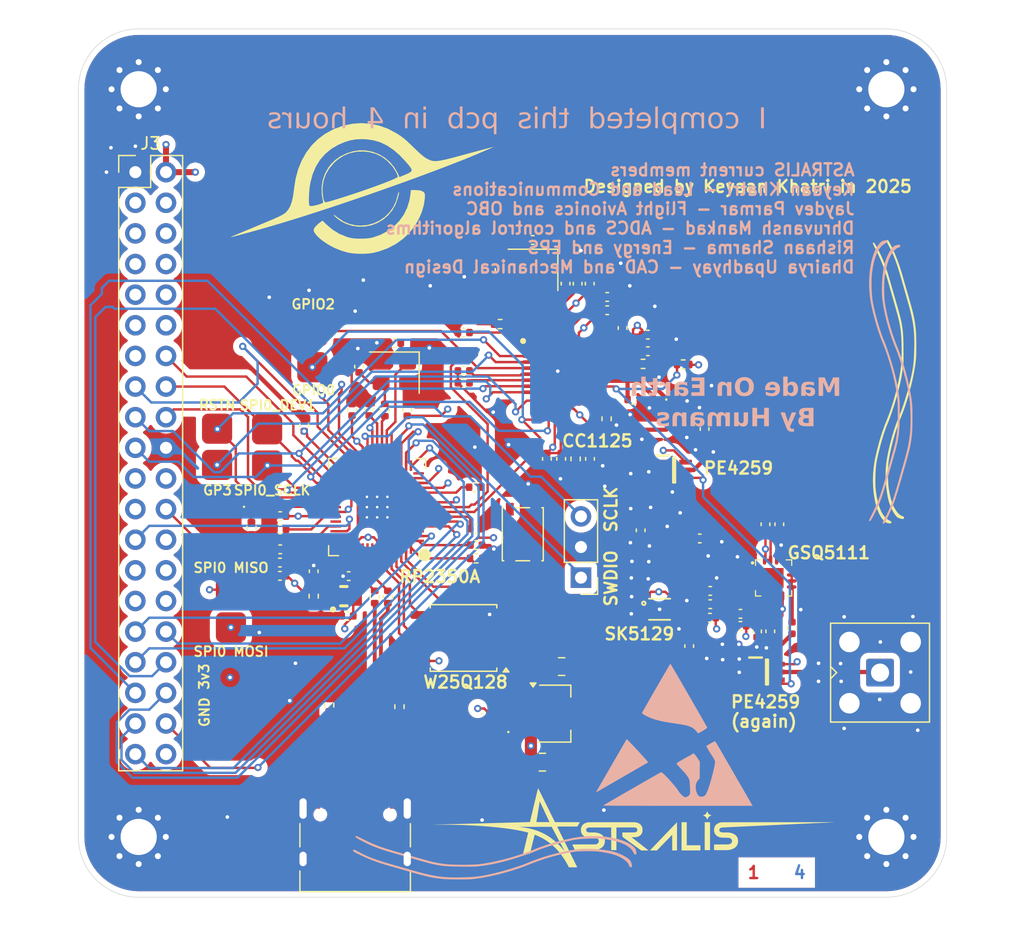
<source format=kicad_pcb>
(kicad_pcb (version 20241229) (generator "pcbnew") (generator_version "9.0")
  (layers (0 "F.Cu" signal) (4 "In1.Cu" signal) (6 "In2.Cu" signal) (2 "B.Cu" signal) (13 "F.Paste" user) (15 "B.Paste" user) (5 "F.SilkS" user "F.Silkscreen") (7 "B.SilkS" user "B.Silkscreen") (1 "F.Mask" user) (3 "B.Mask" user) (25 "Edge.Cuts" user))
  (net 0 "")
  (net 1 "GND")
  (net 2 "Net-(IC1-XOSC_Q2)")
  (net 3 "Net-(IC1-XOSC_Q1)")
  (net 4 "Net-(IC1-DCPL_XOSC)")
  (net 5 "3v3")
  (net 6 "Net-(IC1-DCPL_PFD_CHP)")
  (net 7 "Net-(IC1-LPF1)")
  (net 8 "Net-(IC1-LPF0)")
  (net 9 "Net-(IC1-DCPL_VCO)")
  (net 10 "Net-(IC1-DCPL)")
  (net 11 "Net-(IC1-DVDD_1)")
  (net 12 "Net-(IC1-VDD_GUARD)")
  (net 13 "Net-(U1-VREG_AVDD)")
  (net 14 "1v1")
  (net 15 "XOUT")
  (net 16 "XIN")
  (net 17 "5v")
  (net 18 "Net-(D3-A)")
  (net 19 "Net-(U3-2f0)")
  (net 20 "Net-(IC3-RFC)")
  (net 21 "Net-(IC2-ANT)")
  (net 22 "Net-(U3-RF_IN)")
  (net 23 "Net-(IC3-RF2)")
  (net 24 "Net-(IC3-RF1)")
  (net 25 "Net-(U4-LNA_IN)")
  (net 26 "Net-(IC4-RF1)")
  (net 27 "Net-(U4-LNA_OUT)")
  (net 28 "Net-(C49-Pad1)")
  (net 29 "Net-(IC4-RF2)")
  (net 30 "Net-(D1-A)")
  (net 31 "Net-(D1-K)")
  (net 32 "Net-(D2-A)")
  (net 33 "GPIO3")
  (net 34 "GPIO0")
  (net 35 "GPIO2")
  (net 36 "SPI0_DEV1")
  (net 37 "TRX_SW")
  (net 38 "Net-(IC1-EXT_XOSC)")
  (net 39 "CC_RSTN")
  (net 40 "Net-(IC1-RBIAS)")
  (net 42 "LNA_P")
  (net 43 "PA")
  (net 44 "LNA_N")
  (net 45 "SPI0_MOSI")
  (net 46 "SPI0_MISO")
  (net 47 "SPI0_SCLK")
  (net 48 "Net-(IC4-RFC)")
  (net 51 "SPI1_MISO")
  (net 52 "I2C1_SCL")
  (net 53 "BEAT")
  (net 54 "I2C1_SDA")
  (net 57 "SPI1_DEV2")
  (net 59 "SPI0_DEV2")
  (net 61 "SPI1_SCLK")
  (net 63 "SPI1_MOSI")
  (net 64 "SPI1_DEV1")
  (net 65 "SPI0_DEV3")
  (net 66 "I2C0_SDA")
  (net 69 "SPI1_DEV3")
  (net 73 "I2C0_SCL")
  (net 79 "USB_DM")
  (net 80 "Net-(J4-CC1)")
  (net 82 "Net-(J4-CC2)")
  (net 83 "USB_DP")
  (net 84 "Net-(U1-VREG_LX)")
  (net 85 "Net-(U1-USB_DM)")
  (net 86 "Net-(U1-USB_DP)")
  (net 87 "Net-(R6-Pad1)")
  (net 88 "QSPI_SS")
  (net 89 "Net-(U1-XOUT)")
  (net 91 "QSPI_SCLK")
  (net 92 "QSPI_SD3")
  (net 95 "QSPI_SD0")
  (net 96 "QSPI_SD1")
  (net 97 "QSPI_SD2")
  (net 103 "LNA_PD_EN")
  (net 104 "UART0_RX")
  (net 105 "UART0_TX")
  (net 106 "Net-(J2-Pin_3)")
  (net 107 "Net-(J2-Pin_1)")
  (footprint "Capacitor_SMD:C_0402_1005Metric" (layer "F.Cu") (at 141.225 107.875 90)
    (property "Reference" "C26" (hide yes))
    (property "Value" "100n")
  )
  (footprint "Capacitor_SMD:C_0402_1005Metric" (layer "F.Cu") (at 139.2375 116.5 180)
    (property "Reference" "C22" (hide yes))
    (property "Value" "100n")
  )
  (footprint "Capacitor_SMD:C_0402_1005Metric" (layer "F.Cu") (at 157.425 94.975 90)
    (property "Reference" "C1" (hide yes))
    (property "Value" "15p")
  )
  (footprint "Capacitor_SMD:C_0402_1005Metric" (layer "F.Cu") (at 178.775 124.955 -90)
    (property "Reference" "C44" (hide yes))
    (property "Value" "5p")
  )
  (footprint "LED_SMD:LED_0402_1005Metric" (layer "F.Cu") (at 137.325 114.625)
    (property "Reference" "D1" (hide yes))
    (property "Value" "LED")
  )
  (footprint "MountingHole:MountingHole_3mm_Pad_Via" (layer "F.Cu") (at 189.5 80)
    (property "Reference" "H3" (hide yes))
    (property "Value" "MountingHole_Pad")
  )
  (footprint "Capacitor_SMD:C_0402_1005Metric" (layer "F.Cu") (at 149.7625 106.6 90)
    (property "Reference" "C29" (hide yes))
    (property "Value" "100n")
  )
  (footprint "Resistor_SMD:R_0402_1005Metric" (layer "F.Cu") (at 172.65 102.825)
    (property "Reference" "R11" (hide yes))
    (property "Value" "10k")
  )
  (footprint "Capacitor_SMD:C_0402_1005Metric" (layer "F.Cu") (at 181.675 124.675 -90)
    (property "Reference" "C49" (hide yes))
    (property "Value" "220p")
  )
  (footprint "Resistor_SMD:R_0402_1005Metric" (layer "F.Cu") (at 149.125 131.2 -90)
    (property "Reference" "R13" (hide yes))
    (property "Value" "5.1k")
  )
  (footprint "Connector_Coaxial:SMA_Amphenol_901-143_Horizontal" (layer "F.Cu") (at 188.975 128.375)
    (property "Reference" "J1" (hide yes))
    (property "Value" "Conn_Coaxial")
  )
  (footprint "Symbol:LayerMarker_4_6.35x2.54mm_TextH1mm_P1.27mm" (layer "F.Cu") (at 178.5 146.225)
    (property "Reference" "REF**" (hide yes))
    (property "Value" "LayerMarker_4_6.35x2.54mm_TextH1mm_P1.27mm" (hide yes))
  )
  (footprint "Capacitor_SMD:C_0402_1005Metric" (layer "F.Cu") (at 169.125 116.575 -90)
    (property "Reference" "C47" (hide yes))
    (property "Value" "220p")
  )
  (footprint "Diode_SMD:D_0402_1005Metric" (layer "F.Cu") (at 157.0625 133.3 180)
    (property "Reference" "D2" (hide yes))
    (property "Value" "D")
  )
  (footprint "Resistor_SMD:R_0402_1005Metric" (layer "F.Cu") (at 148.1625 122.1 -90)
    (property "Reference" "R5" (hide yes))
    (property "Value" "27")
  )
  (footprint "Capacitor_SMD:C_0402_1005Metric" (layer "F.Cu") (at 173.15 126.175 -90)
    (property "Reference" "C48" (hide yes))
    (property "Value" "220p")
  )
  (footprint "Capacitor_SMD:C_0402_1005Metric" (layer "F.Cu") (at 144.8125 123.675 180)
    (property "Reference" "C19" (hide yes))
    (property "Value" "4.7u")
  )
  (footprint "mainfoot:Debug Pad" (layer "F.Cu") (at 135.075 130.275)
    (property "Reference" "DP5" (hide yes))
    (property "Value" "~")
  )
  (footprint "Capacitor_SMD:C_0805_2012Metric" (layer "F.Cu") (at 160.975 135.8)
    (property "Reference" "C41" (hide yes))
    (property "Value" "10u")
  )
  (footprint "Capacitor_SMD:C_0402_1005Metric" (layer "F.Cu") (at 169.725 101.725)
    (property "Reference" "C10" (hide yes))
    (property "Value" "10n")
  )
  (footprint "Capacitor_SMD:C_0402_1005Metric" (layer "F.Cu") (at 155.4875 117.8)
    (property "Reference" "C30" (hide yes))
    (property "Value" "100n")
  )
  (footprint "Resistor_SMD:R_0402_1005Metric" (layer "F.Cu") (at 169.325 102.775)
    (property "Reference" "R9" (hide yes))
    (property "Value" "10k")
  )
  (footprint "Resistor_SMD:R_0402_1005Metric" (layer "F.Cu") (at 155.4875 118.9 180)
    (property "Reference" "R6" (hide yes))
    (property "Value" "1k")
  )
  (footprint "MountingHole:MountingHole_3mm_Pad_Via" (layer "F.Cu") (at 127.5 80)
    (property "Reference" "H2" (hide yes))
    (property "Value" "MountingHole_Pad")
  )
  (footprint "mainfoot:Debug Pad" (layer "F.Cu") (at 141.9 101.55)
    (property "Reference" "DP2" (hide yes))
    (property "Value" "~")
  )
  (footprint "Capacitor_SMD:C_0402_1005Metric" (layer "F.Cu") (at 142.0125 119.97 90)
    (property "Reference" "C18" (hide yes))
    (property "Value" "4.7u")
  )
  (footprint "mainfoot:QFN50P500X500X100-33N-D" (layer "F.Cu") (at 162.25 103.375)
    (property "Reference" "IC1" (hide yes))
    (property "Value" "CC1125RHBR" (hide yes))
  )
  (footprint "Resistor_SMD:R_0402_1005Metric" (layer "F.Cu") (at 147.9125 106.6 -90)
    (property "Reference" "R7" (hide yes))
    (property "Value" "1k")
  )
  (footprint "Capacitor_SMD:C_0402_1005Metric" (layer "F.Cu") (at 163.9 96.125 -90)
    (property "Reference" "C4" (hide yes))
    (property "Value" "47n")
  )
  (footprint "Capacitor_SMD:C_0402_1005Metric" (layer "F.Cu") (at 155.375 113)
    (property "Reference" "C27" (hide yes))
    (property "Value" "100n")
  )
  (footprint "Capacitor_SMD:C_0402_1005Metric" (layer "F.Cu") (at 161.35 110.65 -90)
    (property "Reference" "C13" (hide yes))
    (property "Value" "47n")
  )
  (footprint "Capacitor_SMD:C_0402_1005Metric" (layer "F.Cu") (at 154.45 104.35 180)
    (property "Reference" "C14" (hide yes))
    (property "Value" "220n")
  )
  (footprint "mainfoot:Debug Pad" (layer "F.Cu") (at 134 109.65)
    (property "Reference" "DP1" (hide yes))
    (property "Value" "~")
  )
  (footprint "Capacitor_SMD:C_0805_2012Metric" (layer "F.Cu") (at 162.575 127.875)
    (property "Reference" "C42" (hide yes))
    (property "Value" "10u")
  )
  (footprint "Crystal:Crystal_SMD_3225-4Pin_3.2x2.5mm" (layer "F.Cu") (at 148.7 103.5 180)
    (property "Reference" "Y2" (hide yes))
    (property "Value" "Crystal_GND24")
  )
  (footprint "Diode_SMD:D_0402_1005Metric" (layer "F.Cu") (at 157.0875 131.8)
    (property "Reference" "D3" (hide yes))
    (property "Value" "D")
  )
  (footprint "Capacitor_SMD:C_0402_1005Metric" (layer "F.Cu") (at 139.2375 118.15 180)
    (property "Reference" "C23" (hide yes))
    (property "Value" "100n")
  )
  (footprint "Resistor_SMD:R_0402_1005Metric" (layer "F.Cu") (at 157.475 99.475)
    (property "Reference" "R1" (hide yes))
    (property "Value" "0")
  )
  (footprint "easyeda2kicad:QFN-16_L3.0-W3.0-P0.50-TL-EP1.65" (layer "F.Cu") (at 180.15 120.525)
    (property "Reference" "U3" (hide yes))
    (property "Value" "GSQ5111")
  )
  (footprint "Capacitor_SMD:C_0402_1005Metric" (layer "F.Cu") (at 154.45 103.35 180)
    (property "Reference" "C15" (hide yes))
    (property "Value" "47n")
  )
  (footprint "Capacitor_SMD:C_0402_1005Metric" (layer "F.Cu") (at 139.2375 115.4 180)
    (property "Reference" "C24" (hide yes))
    (property "Value" "100n")
  )
  (footprint "Capacitor_SMD:C_0402_1005Metric" (layer "F.Cu") (at 164.925 110.65 -90)
    (property "Reference" "C11" (hide yes))
    (property "Value" "47n")
  )
  (footprint "mainfoot:Debug Pad" (layer "F.Cu") (at 138.15 109.7 180)
    (property "Reference" "DP4" (hide yes))
    (property "Value" "~")
  )
  (footprint "Capacitor_SMD:C_0402_1005Metric" (layer "F.Cu") (at 179.875 124.95 -90)
    (property "Reference" "C43" (hide yes))
    (property "Value" "1200p")
  )
  (footprint "Resistor_SMD:R_0402_1005Metric" (layer "F.Cu") (at 142.0125 122.035 90)
    (property "Reference" "R3" (hide yes))
    (property "Value" "33")
  )
  (footprint "mainfoot:PE4259" (layer "F.Cu") (at 171.9 111.575)
    (property "Reference" "IC3" (hide yes))
    (property "Value" "4259-63" (hide yes))
  )
  (footprint "Resistor_SMD:R_0402_1005Metric" (layer "F.Cu") (at 147.075 122.1 -90)
    (property "Reference" "R4" (hide yes))
    (property "Value" "27")
  )
  (footprint "Capacitor_SMD:C_0402_1005Metric" (layer "F.Cu") (at 155.475 116.45)
    (property "Reference" "C20" (hide yes))
    (property "Value" "100n")
  )
  (footprint "Capacitor_SMD:C_0402_1005Metric" (layer "F.Cu") (at 145.1875 106.58 90)
    (property "Reference" "C28" (hide yes))
    (property "Value" "100n")
  )
  (footprint "Capacitor_SMD:C_0402_1005Metric" (layer "F.Cu") (at 180.625 116.075 90)
    (property "Reference" "C40" (hide yes))
    (property "Value" "4.7u")
  )
  (footprint "Capacitor_SMD:C_0402_1005Metric" (layer "F.Cu") (at 139.2125 120.35 180)
    (property "Reference" "C25" (hide yes))
    (property "Value" "100n")
  )
  (footprint "mainfoot:Debug Pad" (layer "F.Cu") (at 135.15 123.125)
    (property "Reference" "DP3" (hide yes))
    (property "Value" "~")
  )
  (footprint "Resistor_SMD:R_0402_1005Metric" (layer "F.Cu") (at 168.55 105.725 180)
    (property "Reference" "R8" (hide yes))
    (property "Value" "10k")
  )
  (footprint "Capacitor_SMD:C_0402_1005Metric" (layer "F.Cu") (at 160.175 92.5)
    (property "Reference" "C2" (hide yes))
    (property "Value" "15p")
  )
  (footprint "mainfoot:PE4259" (layer "F.Cu") (at 179.6 128.325)
    (property "Reference" "IC4" (hide yes))
    (property "Value" "4259-63" (hide yes))
  )
  (footprint "Resistor_SMD:R_0402_1005Metric" (layer "F.Cu") (at 143.3 131.075 -90)
    (property "Reference" "R14" (hide yes))
    (property "Value" "5.1k")
  )
  (footprint "LOGO" (layer "F.Cu") (at 190.015216 103.603381 90)
    (property "Reference" "G***" (hide yes))
    (property "Value" "LOGO" (hide yes))
  )
  (footprint "Resistor_SMD:R_0402_1005Metric" (layer "F.Cu") (at 136.85 116.4 -90)
    (property "Reference" "R12" (hide yes))
    (property "Value" "1k")
  )
  (footprint "Resistor_SMD:R_0402_1005Metric" (layer "F.Cu") (at 163.73 110.65 -90)
    (property "Reference" "R2" (hide yes))
    (property "Value" "56k")
  )
  (footprint "Package_TO_SOT_SMD:SOT-89-3" (layer "F.Cu") (at 161.975 131.775)
    (property "Reference" "U5" (hide yes))
    (property "Value" "AMS1117s-3.3")
  )
  (footprint "Capacitor_SMD:C_0402_1005Metric" (layer "F.Cu") (at 154.45 100.175)
    (property "Reference" "C16" (hide yes))
    (property "Value" "47n")
  )
  (footprint "Connector_PinHeader_2.54mm:PinHeader_2x20_P2.54mm_Vertical" (layer "F.Cu") (at 127.225 86.875)
    (property "Reference" "J3")
    (property "Value" "Conn_02x20_Top_Bottom")
  )
  (footprint "LOGO" (layer "F.Cu") (at 146.025 87.825)
    (property "Reference" "G***" (hide yes))
    (property "Value" "LOGO" (hide yes))
  )
  (footprint "easyeda2kicad:IND-SMD_L2.0-W1.6_AOTA-B201610S3R3-101-T" (layer "F.Cu") (at 144.5125 122.035 180)
    (property "Reference" "L1" (hide yes))
    (property "Value" "3.3u")
  )
  (footprint "easyeda2kicad:DFN-6_L1.6-W1.6-P0.50-BL-EP1.0" (layer "F.Cu") (at 170.695 123.125 -90)
    (property "Reference" "U4" (hide yes))
    (property "Value" "SK5129")
  )
  (footprint "MountingHole:MountingHole_3mm_Pad_Via" (layer "F.Cu") (at 127.5 142)
    (property "Reference" "H1" (hide yes))
    (property "Value" "MountingHole_Pad")
  )
  (footprint "Capacitor_SMD:C_0402_1005Metric" (layer "F.Cu") (at 166.35 97.225 180)
    (property "Reference" "C6" (hide yes))
    (property "Value" "47n")
  )
  (footprint "MountingHole:MountingHole_3mm_Pad_Via" (layer "F.Cu") (at 189.5 142)
    (property "Reference" "H4" (hide yes))
    (property "Value" "MountingHole_Pad")
  )
  (footprint "Capacitor_SMD:C_0402_1005Metric" (layer "F.Cu") (at 145.775 103 -90)
    (property "Reference" "C32" (hide yes))
    (property "Value" "15p")
  )
  (footprint "Capacitor_SMD:C_0402_1005Metric" (layer "F.Cu") (at 177.4 124.5)
    (property "Reference" "C38" (hide yes))
    (property "Value" "100nF")
  )
  (footprint "Capacitor_SMD:C_0402_1005Metric" (layer "F.Cu") (at 174.425 108.175 -90)
    (property "Reference" "C45" (hide yes))
    (property "Value" "220p")
  )
  (footprint "Capacitor_SMD:C_0402_1005Metric" (layer "F.Cu") (at 162.9 96.12 -90)
    (property "Reference" "C3" (hide yes))
    (property "Value" "47n")
  )
  (footprint "Capacitor_SMD:C_0402_1005Metric" (layer "F.Cu") (at 164.9 96.12 -90)
    (property "Reference" "C5" (hide yes))
    (property "Value" "47n")
  )
  (footprint "Connector_PinHeader_2.54mm:PinHeader_1x03_P2.54mm_Vertical" (layer "F.Cu") (at 164.175 120.5 180)
    (property "Reference" "J2" (hide yes))
    (property "Value" "Conn_01x03_Socket")
  )
  (footprint "LOGO" (layer "F.Cu") (at 168.475 141.25)
    (property "Reference" "G***" (hide yes))
    (property "Value" "LOGO" (hide yes))
  )
  (footprint "Capacitor_SMD:C_0402_1005Metric" (layer "F.Cu") (at 148.75 101.05)
    (property "Reference" "C33" (hide yes))
    (property "Value" "15p")
  )
  (footprint "Connector_USB:USB_C_Receptacle_XKB_U262-16XN-4BVC11" (layer "F.Cu") (at 145.45 142.75)
    (property "Reference" "J4" (hide yes))
    (property "Value" "USB_C_Receptacle_USB2.0_16P")
  )
  (footprint "Crystal:Crystal_SMD_3225-4Pin_3.2x2.5mm" (layer "F.Cu") (at 160.2 94.975 180)
    (property "Reference" "Y1" (hide yes))
    (property "Value" "Crystal_GND24")
  )
  (footprint "mainfoot:BALFSPI202D3" (layer "F.Cu") (at 171.83 107.38 -90)
    (property "Reference" "IC2" (hide yes))
    (property "Value" "BALF-SPI2-02D3" (hide yes))
  )
  (footprint "Capacitor_SMD:C_0402_1005Metric" (layer "F.Cu") (at 162.535 110.65 -90)
    (property "Reference" "C12" (hide yes))
    (property "Value" "47n")
  )
  (footprint "Package_SO:SOIC-8_5.3x5.3mm_P1.27mm" (layer "F.Cu") (at 154.4375 125.5 180)
    (property "Reference" "U2" (hide yes))
    (property "Value" "W25Q128JVS")
  )
  (footprint "Capacitor_SMD:C_0402_1005Metric" (layer "F.Cu") (at 146.6125 106.575 90)
    (property "Reference" "C21" (hide yes))
    (property "Value" "4.7u")
  )
  (footprint "Capacitor_SMD:C_0402_1005Metric" (layer "F.Cu") (at 174.895 122.7 180)
    (property "Reference" "C35" (hide yes))
    (property "Value" "4.7u")
  )
  (footprint "Capacitor_SMD:C_0402_1005Metric" (layer "F.Cu") (at 174.895 121.6 180)
    (property "Reference" "C36" (hide yes))
    (property "Value" "4.7u")
  )
  (footprint "Capacitor_SMD:C_0402_1005Metric" (layer "F.Cu") (at 177.4 123.5)
    (property "Reference" "C37" (hide yes))
    (property "Value" "100nF")
  )
  (footprint "Capacitor_SMD:C_0402_1005Metric" (layer "F.Cu") (at 174.025 117.25)
    (property "Reference" "C46" (hide yes))
    (property "Value" "220p")
  )
  (footprint "mainfoot:RP2350A_QFN-60_EP_7.75x7.75_Pitch0.4mm" (layer "F.Cu") (at 147.275 114.65 180)
    (property "Reference" "U1" (hide yes))
    (property "Value" "RP2350A-QFN60")
  )
  (footprint "Capacitor_SMD:C_0402_1005Metric" (layer "F.Cu") (at 179.475 116.075 90)
    (property "Reference" "C39" (hide yes))
    (property "Value" "4.7u")
  )
  (footprint "Capacitor_SMD:C_0402_1005Metric" (layer "F.Cu") (at 144.9125 120.375 180)
    (property "Reference" "C17" (hide yes))
    (property "Value" "4.7u")
  )
  (footprint "Capacitor_SMD:C_0402_1005Metric" (layer "F.Cu") (at 167.625 99.8 -90)
    (property "Reference" "C8" (hide yes))
    (property "Value" "1n8")
  )
  (footprint "Capacitor_SMD:C_0402_1005Metric" (layer "F.Cu") (at 166.35 98.325 180)
    (property "Reference" "C7" (hide yes))
    (property "Value" "47n")
  )
  (footprint "Capacitor_SMD:C_0402_1005Metric" (layer "F.Cu") (at 174.87 123.825 180)
    (property "Reference" "C34" (hide yes))
    (property "Value" "4.7u")
  )
  (footprint "Button_Switch_SMD:SW_SPST_PTS810" (layer "F.Cu") (at 159.35 116.9 90)
    (property "Reference" "SW1" (hide yes))
    (property "Value" "SW_Push")
  )
  (footprint "Capacitor_SMD:C_0402_1005Metric" (layer "F.Cu") (at 139.2125 119.25 180)
    (property "Reference" "C31" (hide yes))
    (property "Value" "100n")
  )
  (footprint "Resistor_SMD:R_0402_1005Metric" (layer "F.Cu") (at 166.3 107.325 -90)
    (property "Reference" "R10" (hide yes))
    (property "Value" "10k")
  )
  (footprint "Capacitor_SMD:C_0402_1005Metric" (layer "F.Cu") (at 169.725 100.35)
    (property "Reference" "C9" (hide yes))
    (property "Value" "47n")
  )
  (footprint "LOGO" (layer "B.Cu") (at 156.371619 143.5597 180)
    (property "Reference" "G***" (hide yes))
    (property "Value" "LOGO" (hide yes))
  )
  (footprint "Symbol:ESD-Logo_13.2x12mm_SilkScreen" (layer "B.Cu") (at 171.9 133.5 180)
    (property "Reference" "REF**" (hide yes))
    (property "Value" "ESD-Logo_13.2x12mm_SilkScreen" (hide yes))
  )
  (footprint "LOGO" (layer "B.Cu") (at 189.7 104.92392 -90)
    (property "Reference" "G***" (hide yes))
    (property "Value" "LOGO" (hide yes))
  )
  (gr_line (start 127.5 75) (end 189.5 75) (stroke (width 0.05)) (layer "Edge.Cuts"))
  (gr_arc (start 194.5 142) (mid 193.035534 145.535534) (end 189.5 147) (stroke (width 0.05)) (layer "Edge.Cuts"))
  (gr_line (start 122.5 142) (end 122.5 80) (stroke (width 0.05)) (layer "Edge.Cuts"))
  (gr_arc (start 127.5 147) (mid 123.964466 145.535534) (end 122.5 142) (stroke (width 0.05)) (layer "Edge.Cuts"))
  (gr_line (start 194.5 80) (end 194.5 142) (stroke (width 0.05)) (layer "Edge.Cuts"))
  (gr_line (start 189.5 147) (end 127.5 147) (stroke (width 0.05)) (layer "Edge.Cuts"))
  (gr_arc (start 122.5 80) (mid 123.964466 76.464466) (end 127.5 75) (stroke (width 0.05)) (layer "Edge.Cuts"))
  (gr_arc (start 189.5 75) (mid 193.035534 76.464466) (end 194.5 80) (stroke (width 0.05)) (layer "Edge.Cuts"))
  (gr_text "3v3\n" (at 133.4 129.875 90) (layer "F.SilkS") (effects (font (size 0.8 0.8) (thickness 0.16) (bold yes)) (justify left bottom)))
  (gr_text "SPI0 MISO" (at 131.95 120.15 0) (layer "F.SilkS") (effects (font (size 0.8 0.8) (thickness 0.16) (bold yes)) (justify left bottom)))
  (gr_text "RP2350A" (at 149 121 0) (layer "F.SilkS") (effects (font (size 1 1) (thickness 0.2) (bold yes)) (justify left bottom)))
  (gr_text "GP3\n" (at 132.75 113.725 0) (layer "F.SilkS") (effects (font (size 0.8 0.8) (thickness 0.16) (bold yes)) (justify left bottom)))
  (gr_text "CC1125" (at 162.5 109.75 0) (layer "F.SilkS") (effects (font (size 1 1) (thickness 0.2) (bold yes)) (justify left bottom)))
  (gr_text "SPI0 MOSI\n" (at 131.95 127.1 0) (layer "F.SilkS") (effects (font (size 0.8 0.8) (thickness 0.16) (bold yes)) (justify left bottom)))
  (gr_text "W25Q128" (at 151 129.75 0) (layer "F.SilkS") (effects (font (size 1 1) (thickness 0.2) (bold yes)) (justify left bottom)))
  (gr_text "GPIO2" (at 140.075 98.3 0) (layer "F.SilkS") (effects (font (size 0.8 0.8) (thickness 0.16) (bold yes)) (justify left bottom)))
  (gr_text "GND" (at 133.425 132.975 90) (layer "F.SilkS") (effects (font (size 0.8 0.8) (thickness 0.16) (bold yes)) (justify left bottom)))
  (gr_text "GPIO0" (at 140.125 105.425 0) (layer "F.SilkS") (effects (font (size 0.8 0.8) (thickness 0.16) (bold yes)) (justify left bottom)))
  (gr_text "SK5129" (at 166 125.75 0) (layer "F.SilkS") (effects (font (size 1 1) (thickness 0.2) (bold yes)) (justify left bottom)))
  (gr_text "PE4259\n(again)" (at 176.5 133 0) (layer "F.SilkS") (effects (font (size 1 1) (thickness 0.2) (bold yes)) (justify left bottom)))
  (gr_text "PE4259" (at 174.25 112 0) (layer "F.SilkS") (effects (font (size 1 1) (thickness 0.2) (bold yes)) (justify left bottom)))
  (gr_text "SWDIO  SCLK" (at 167.25 123 90) (layer "F.SilkS") (effects (font (size 1 1) (thickness 0.2) (bold yes)) (justify left bottom)))
  (gr_text "SPI0_SCLK\n" (at 135.3 113.725 0) (layer "F.SilkS") (effects (font (size 0.8 0.8) (thickness 0.16) (bold yes)) (justify left bottom)))
  (gr_text "SPI0_DEV1\n" (at 135.775 106.675 0) (layer "F.SilkS") (effects (font (size 0.8 0.8) (thickness 0.16) (bold yes)) (justify left bottom)))
  (gr_text "Designed by Keyaan Khatri in 2025" (at 164.275 88.65 0) (layer "F.SilkS") (effects (font (size 1 1) (thickness 0.2) (bold yes)) (justify left bottom)))
  (gr_text "RSTN" (at 132.4 106.65 0) (layer "F.SilkS") (effects (font (size 0.8 0.8) (thickness 0.16) (bold yes)) (justify left bottom)))
  (gr_text "GSQ5111" (at 181.19 119.025 0) (layer "F.SilkS") (effects (font (size 1 1) (thickness 0.2) (bold yes)) (justify left bottom)))
  (gr_text "Made On Earth\nBy Humans" (at 177 108.2 0) (layer "B.SilkS") (effects (font (size 1.5 1.5) (thickness 0.3) (bold yes)) (justify bottom mirror)))
  (gr_text "ASTRALIS current members\nKeyaan Khatri - Lead and Communications\nJaydev Parmar - Flight Avionics and OBC\nDhruvansh Mankad - ADCS and control algorithms\nRishaan Sharma - Energy and EPS\nDhairya Upadhyay - CAD and Mechanical Design" (at 186.975 95.325 0) (layer "B.SilkS") (effects (font (size 1 1) (thickness 0.2) (bold yes)) (justify left bottom mirror)))
  (gr_text "I  completed  this  pcb  in  4  hours" (at 179.575 83.525 0) (layer "B.SilkS") (effects (font (size 1.7 1.7) (thickness 0.1)) (justify left bottom mirror)))
  (segment (start 148.27 101.05) (end 148.27 101.98) (width 0.2) (layer "F.Cu") (net 1))
  (segment (start 145.1925 106.095) (end 145.1875 106.1) (width 0.2) (layer "F.Cu") (net 1))
  (segment (start 145.675 101.5) (end 145.675 102.42) (width 0.2) (layer "F.Cu") (net 1))
  (segment (start 156.6 123.55) (end 157.98 123.55) (width 0.2) (layer "F.Cu") (net 1))
  (segment (start 155.9675 117.8) (end 156.625 117.8) (width 0.2) (layer "F.Cu") (net 1))
  (segment (start 159.695 92.5) (end 159.695 93.53) (width 0.2) (layer "F.Cu") (net 1))
  (segment (start 170.95 111.575) (end 169.95 111.575) (width 0.2) (layer "F.Cu") (net 1))
  (segment (start 127.225 84.725) (end 127.225 86.875) (width 0.5) (layer "F.Cu") (net 1))
  (segment (start 125.2 84.85) (end 127.225 86.875) (width 0.5) (layer "F.Cu") (net 1))
  (segment (start 153.97 104.35) (end 156.395 106.775) (width 0.2) (layer "F.Cu") (net 1))
  (segment (start 147.47 102.52) (end 147.6 102.65) (width 0.2) (layer "F.Cu") (net 1))
  (segment (start 147.275 114.7171) (end 147.275 114.65) (width 0.2) (layer "F.Cu") (net 1))
  (segment (start 185.7 126.57) (end 186.435 125.835) (width 0.2) (layer "F.Cu") (net 1))
  (segment (start 124.825 86.875) (end 127.225 86.875) (width 0.5) (layer "F.Cu") (net 1))
  (segment (start 153.97 103.35) (end 153.97 104.35) (width 0.2) (layer "F.Cu") (net 1))
  (segment (start 164.925 111.13) (end 165.88 111.13) (width 0.2) (layer "F.Cu") (net 1))
  (segment (start 169.06 105.725) (end 169.15 105.725) (width 0.2) (layer "F.Cu") (net 1))
  (segment (start 161.35 111.13) (end 162.535 111.13) (width 0.2) (layer "F.Cu") (net 1))
  (segment (start 146.695 102.52) (end 147.47 102.52) (width 0.2) (layer "F.Cu") (net 1))
  (segment (start 145.164 106.0765) (end 145.164 103.131) (width 0.2) (layer "F.Cu") (net 1))
  (segment (start 191.515 125.835) (end 189 125.835) (width 0.2) (layer "F.Cu") (net 1))
  (segment (start 147.25 101.025) (end 148.245 101.025) (width 0.2) (layer "F.Cu") (net 1))
  (segment (start 162.535 111.13) (end 163.7 111.13) (width 0.2) (layer "F.Cu") (net 1))
  (segment (start 146.6125 106.095) (end 145.1925 106.095) (width 0.2) (layer "F.Cu") (net 1))
  (segment (start 180.9 123.075) (end 180.875 123.1) (width 0.2) (layer "F.Cu") (net 1))
  (segment (start 145.675 102.42) (end 145.775 102.52) (width 0.2) (layer "F.Cu") (net 1))
  (segment (start 144.875 118.0875) (end 144.875 117.1171) (width 0.2) (layer "F.Cu") (net 1))
  (segment (start 163.73 111.16) (end 164.895 111.16) (width 0.2) (layer "F.Cu") (net 1))
  (segment (start 144.875 117.1171) (end 147.275 114.7171) (width 0.2) (layer "F.Cu") (net 1))
  (segment (start 144.4325 123.575) (end 144.3325 123.675) (width 0.2) (layer "F.Cu") (net 1))
  (segment (start 191.515 132.565) (end 192.1 133.15) (width 0.2) (layer "F.Cu") (net 1))
  (segment (start 178.65 119.775) (end 178.15 119.775) (width 0.2) (layer "F.Cu") (net 1))
  (segment (start 185.7 127.625) (end 185.7 126.57) (width 0.2) (layer "F.Cu") (net 1))
  (segment (start 178.625 128.35) (end 178.65 128.325) (width 0.2) (layer "F.Cu") (net 1))
  (segment (start 191.515 130.915) (end 191.515 128.325) (width 0.2) (layer "F.Cu") (net 1))
  (segment (start 159.1 94.125) (end 157.795 94.125) (width 0.2) (layer "F.Cu") (net 1))
  (segment (start 186.435 130.915) (end 191.515 130.915) (width 0.2) (layer "F.Cu") (net 1))
  (segment (start 186 123.75) (end 186.25 123.75) (width 0.2) (layer "F.Cu") (net 1))
  (segment (start 148.245 101.025) (end 148.27 101.05) (width 0.2) (layer "F.Cu") (net 1))
  (segment (start 156.625 117.8) (end 156.95 118.125) (width 0.2) (layer "F.Cu") (net 1))
  (segment (start 189 125.835) (end 186.435 125.835) (width 0.2) (layer "F.Cu") (net 1))
  (segment (start 161.3 95.825) (end 162.715 95.825) (width 0.2) (layer "F.Cu") (net 1))
  (segment (start 184.62 129.1) (end 186.435 130.915) (width 0.2) (layer "F.Cu") (net 1))
  (segment (start 178.65 120.775) (end 175.675 120.775) (width 0.2) (layer "F.Cu") (net 1))
  (segment (start 175.675 120.775) (end 175.425 120.525) (width 0.2) (layer "F.Cu") (net 1))
  (segment (start 172.31 106.515) (end 172.975 105.85) (width 0.2) (layer "F.Cu") (net 1))
  (segment (start 180.9 122.025) (end 180.9 123.075) (width 0.2) (layer "F.Cu") (net 1))
  (segment (start 191.515 123.91) (end 191.515 125.835) (width 0.2) (layer "F.Cu") (net 1))
  (segment (start 172.31 106.525) (end 172.31 106.515) (width 0.2) (layer "F.Cu") (net 1))
  (segment (start 159.695 93.53) (end 159.1 94.125) (width 0.2) (layer "F.Cu") (net 1))
  (segment (start 169.95 111.575) (end 169.8 111.725) (width 0.2) (layer "F.Cu") (net 1))
  (segment (start 165.88 111.13) (end 165.975 111.225) (width 0.2) (layer "F.Cu") (net 1))
  (segment (start 169.15 105.725) (end 169.85 106.425) (width 0.2) (layer "F.Cu") (net 1))
  (segment (start 162.715 95.825) (end 162.9 95.64) (width 0.2) (layer "F.Cu") (net 1))
  (segment (start 155.855 110.155) (end 155.855 113) (width 0.2) (layer "F.Cu") (net 1))
  (segment (start 156.395 106.775) (end 156.9 106.775) (width 0.2) (layer "F.Cu") (net 1))
  (segment (start 148.27 101.98) (end 147.6 102.65) (width 0.2) (layer "F.Cu") (net 1))
  (segment (start 162.9 95.64) (end 164.9 95.64) (width 0.2) (layer "F.Cu") (net 1))
  (segment (start 178.15 119.775) (end 177.15 118.775) (width 0.2) (layer "F.Cu") (net 1))
  (segment (start 164.895 111.16) (end 164.925 111.13) (width 0.2) (layer "F.Cu") (net 1))
  (segment (start 184.67 127.6) (end 186.435 125.835) (width 0.2) (layer "F.Cu") (net 1))
  (segment (start 169.875 123.125) (end 170.695 123.125) (width 0.2) (layer "F.Cu") (net 1))
  (segment (start 183.875 129.1) (end 184.62 129.1) (width 0.2) (layer "F.Cu") (net 1))
  (segment (start 183.875 127.6) (end 184.67 127.6) (width 0.2) (layer "F.Cu") (net 1))
  (segment (start 163.7 111.13) (end 163.73 111.16) (width 0.2) (layer "F.Cu") (net 1))
  (segment (start 177.3 128.35) (end 178.625 128.35) (width 0.2) (layer "F.Cu") (net 1))
  (segment (start 186.435 123.935) (end 186.435 125.835) (width 0.2) (layer "F.Cu") (net 1))
  (segment (start 186.435 132.86) (end 186.435 130.915) (width 0.2) (layer "F.Cu") (net 1))
  (segment (start 155.375 109.675) (end 155.855 110.155) (width 0.2) (layer "F.Cu") (net 1))
  (segment (start 157.98 123.55) (end 158.025 123.595) (width 0.2) (layer "F.Cu") (net 1))
  (segment (start 185.75 130.23) (end 186.435 130.915) (width 0.2) (layer "F.Cu") (net 1))
  (segment (start 186 133) (end 186.295 133) (width 0.2) (layer "F.Cu") (net 1))
  (segment (start 191.515 128.325) (end 191.515 125.835) (width 0.2) (layer "F.Cu") (net 1))
  (segment (start 185.75 129.1) (end 185.75 130.23) (width 0.2) (layer "F.Cu") (net 1))
  (segment (start 180.4 118.175) (end 180.4 119.025) (width 0.2) (layer "F.Cu") (net 1))
  (segment (start 144.4325 120.375) (end 144.4325 123.575) (width 0.2) (layer "F.Cu") (net 1))
  (segment (start 145.164 103.131) (end 145.775 102.52) (width 0.2) (layer "F.Cu") (net 1))
  (segment (start 191.515 130.915) (end 191.515 132.565) (width 0.2) (layer "F.Cu") (net 1))
  (segment (start 191.7 123.725) (end 191.515 123.91) (width 0.2) (layer "F.Cu") (net 1))
  (segment (start 186.295 133) (end 186.435 132.86) (width 0.2) (layer "F.Cu") (net 1))
  (segment (start 145.675 101.5) (end 146.695 102.52) (width 0.2) (layer "F.Cu") (net 1))
  (segment (start 180.775 117.8) (end 180.4 118.175) (width 0.2) (layer "F.Cu") (net 1))
  (segment (start 145.1875 106.1) (end 145.164 106.0765) (width 0.2) (layer "F.Cu") (net 1))
  (segment (start 172.31 108.235) (end 172.95 108.875) (width 0.2) (layer "F.Cu") (net 1))
  (segment (start 186.25 123.75) (end 186.435 123.935) (width 0.2) (layer "F.Cu") (net 1))
  (segment (start 157.795 94.125) (end 157.425 94.495) (width 0.2) (layer "F.Cu") (net 1))
  (via (at 169.8 119.175) (size 0.6) (drill 0.3) (layers "F.Cu" "B.Cu") (net 1))
  (via (at 192.1 133.15) (size 0.6) (drill 0.3) (layers "F.Cu" "B.Cu") (net 1))
  (via (at 170.695 123.125) (size 0.6) (drill 0.3) (layers "F.Cu" "B.Cu") (net 1))
  (via (at 158.175 109.475) (size 0.6) (drill 0.3) (layers "F.Cu" "B.Cu") (net 1))
  (via (at 134.85 140.35) (size 0.6) (drill 0.3) (layers "F.Cu" "B.Cu") (net 1))
  (via (at 162.475 112.3) (size 0.6) (drill 0.3) (layers "F.Cu" "B.Cu") (net 1))
  (via (at 166.075 139.775) (size 0.6) (drill 0.3) (layers "F.Cu" "B.Cu") (net 1))
  (via (at 155.975 140.6) (size 0.6) (drill 0.3) (layers "F.Cu" "B.Cu") (net 1))
  (via (at 156.95 118.125) (size 0.6) (drill 0.3) (layers "F.Cu" "B.Cu") (net 1))
  (via (at 175.425 120.525) (size 0.6) (drill 0.3) (layers "F.Cu" "B.Cu") (net 1))
  (via (at 156.6 123.55) (size 0.6) (drill 0.3) (layers "F.Cu" "B.Cu") (net 1))
  (via (at 177.3 127.25) (size 0.6) (drill 0.3) (layers "F.Cu" "B.Cu") (net 1))
  (via (at 168.275 117.6) (size 0.6) (drill 0.3) (layers "F.Cu" "B.Cu") (net 1))
  (via (at 168.3 114.775) (size 0.6) (drill 0.3) (layers "F.Cu" "B.Cu") (net 1))
  (via (at 124.825 86.875) (size 0.6) (drill 0.3) (layers "F.Cu" "B.Cu") (net 1))
  (via (at 169.75 120.6) (size 0.6) (drill 0.3) (layers "F.Cu" "B.Cu") (net 1))
  (via (at 188.95 130.6) (size 0.6) (drill 0.3) (layers "F.Cu" "B.Cu") (net 1))
  (via (at 127.225 84.725) (size 0.6) (drill 0.3) (layers "F.Cu" "B.Cu") (net 1))
  (via (at 180.875 123.1) (size 0.6) (drill 0.3) (layers "F.Cu" "B.Cu") (net 1))
  (via (at 168.375 122.075) (size 0.6) (drill 0.3) (layers "F.Cu" "B.Cu") (net 1))
  (via (at 167.475 94.425) (size 0.6) (drill 0.3) (layers "F.Cu" "B.Cu") (net 1))
  (via (at 145.45 98.4) (size 0.6) (drill 0.3) (layers "F.Cu" "B.Cu") (net 1))
  (via (at 169.225 109.025) (size 0.6) (drill 0.3) (layers "F.Cu" "B.Cu") (net 1))
  (via (at 186 133) (size 0.6) (drill 0.3) (layers "F.Cu" "B.Cu") (net 1))
  (via (at 175.85 117.525) (size 0.6) (drill 0.3) (layers "F.Cu" "B.Cu") (net 1))
  (via (at 168.25 106.975) (size 0.6) (drill 0.3) (layers "F.Cu" "B.Cu") (net 1))
  (via (at 166.15 112.925) (size 0.6) (drill 0.3) (layers "F.Cu" "B.Cu") (net 1))
  (via (at 168.3 111.875) (size 0.6) (drill 0.3) (layers "F.Cu" "B.Cu") (net 1))
  (via (at 125.2 84.85) (size 0.6) (drill 0.3) (layers "F.Cu" "B.Cu") (net 1))
  (via (at 171.325 116.25) (size 0.6) (drill 0.3) (layers "F.Cu" "B.Cu") (net 1))
  (via (at 142.0125 119.49) (size 0.6) (drill 0.3) (layers "F.Cu" "B.Cu") (net 1))
  (via (at 172.4 115.125) (size 0.6) (drill 0.3) (layers "F.Cu" "B.Cu") (net 1))
  (via (at 155.375 109.675) (size 0.6) (drill 0.3) (layers "F.Cu" "B.Cu") (net 1))
  (via (at 168.225 96.3) (size 0.6) (drill 0.3) (layers "F.Cu" "B.Cu") (net 1))
  (via (at 147.25 101.025) (size 0.6) (drill 0.3) (layers "F.Cu" "B.Cu") (net 1))
  (via (at 144.45 120.375) (size 0.6) (drill 0.3) (layers "F.Cu" "B.Cu") (net 1))
  (via (at 174.6 127.2) (size 0.6) (drill 0.3) (layers "F.Cu" "B.Cu") (net 1))
  (via (at 191.7 123.725) (size 0.6) (drill 0.3) (layers "F.Cu" "B.Cu") (net 1))
  (via (at 185.75 129.1) (size 0.6) (drill 0.3) (layers "F.Cu" "B.Cu") (net 1))
  (via (at 183.875 129.1) (size 0.6) (drill 0.3) (layers "F.Cu" "B.Cu") (net 1))
  (via (at 162.25 103.375) (size 0.6) (drill 0.3) (layers "F.Cu" "B.Cu") (net 1))
  (via (at 172.95 108.875) (size 0.6) (drill 0.3) (layers "F.Cu" "B.Cu") (net 1))
  (via (at 141.625 96.675) (size 0.6) (drill 0.3) (layers "F.Cu" "B.Cu") (net 1))
  (via (at 177.15 118.775) (size 0.6) (drill 0.3) (layers "F.Cu" "B.Cu") (net 1))
  (via (at 189 125.835) (size 0.6) (drill 0.3) (layers "F.Cu" "B.Cu") (net 1))
  (via (at 170.3 98) (size 0.6) (drill 0.3) (layers "F.Cu" "B.Cu") (net 1))
  (via (at 168.35 120.525) (size 0.6) (drill 0.3) (layers "F.Cu" "B.Cu") (net 1))
  (via (at 174.725 118.7) (size 0.6) (drill 0.3) (layers "F.Cu" "B.Cu") (net 1))
  (via (at 170.65 103.875) (size 0.6) (drill 0.3) (layers "F.Cu" "B.Cu") (net 1))
  (via (at 177.275 126.025) (size 0.6) (drill 0.3) (layers "F.Cu" "B.Cu") (net 1))
  (via (at 172.975 105.85) (size 0.6) (drill 0.3) (layers "F.Cu" "B.Cu") (net 1))
  (via (at 182.4 123.15) (size 0.6) (drill 0.3) (layers "F.Cu" "B.Cu") (net 1))
  (via (at 175.15 110.075) (size 0.6) (drill 0.3) (layers "F.Cu" "B.Cu") (net 1))
  (via (at 175.9 126.025) (size 0.6) (drill 0.3) (layers "F.Cu" "B.Cu") (net 1))
  (via (at 151.6 101.45) (size 0.6) (drill 0.3) (layers "F.Cu" "B.Cu") (net 1))
  (via (at 146.125 95.825) (size 0.6) (drill 0.3) (layers "F.Cu" "B.Cu") (net 1))
  (via (at 165.975 111.225) (size 0.6) (drill 0.3) (layers "F.Cu" "B.Cu") (net 1))
  (via (at 174 106.4) (size 0.6) (drill 0.3) (layers "F.Cu" "B.Cu") (net 1))
  (via (at 172.3 124.75) (size 0.6) (drill 0.3) (layers "F.Cu" "B.Cu") (net 1))
  (via (at 140.025 130.7) (size 0.6) (drill 0.3) (layers "F.Cu" "B.Cu") (net 1))
  (via (at 183.875 127.6) (size 0.6) (drill 0.3) (layers "F.Cu" "B.Cu") (net 1))
  (via (at 191.515 128.325) (size 0.6) (drill 0.3) (layers "F.Cu" "B.Cu") (net 1))
  (via (at 173.675 109.9) (size 0.6) (drill 0.3) (layers "F.Cu" "B.Cu") (net 1))
  (via (at 171.75 113.4) (size 0.6) (drill 0.3) (layers "F.Cu" "B.Cu") (net 1))
  (via (at 186 123.75) (size 0.6) (drill 0.3) (layers "F.Cu" "B.Cu") (net 1))
  (via (at 169.85 117.875) (size 0.6) (drill 0.3) (layers "F.Cu" "B.Cu") (net 1))
  (via (at 138.325 97.25) (size 0.6) (drill 0.3) (layers "F.Cu" "B.Cu") (net 1))
  (via (at 169.85 106.425) (size 0.6) (drill 0.3) (layers "F.Cu" "B.Cu") (net 1))
  (via (at 172.95 122.4) (size 0.6) (drill 0.3) (layers "F.Cu" "B.Cu") (net 1))
  (via (at 178.75 126.25) (size 0.6) (drill 0.3) (layers "F.Cu" "B.Cu") (net 1))
  (via (at 168.4 119.15) (size 0.6) (drill 0.3) (layers "F.Cu" "B.Cu") (net 1))
  (via (at 185.7 127.625) (size 0.6) (drill 0.3) (layers "F.Cu" "B.Cu") (net 1))
  (via (at 177.3 128.35) (size 0.6) (drill 0.3) (layers "F.Cu" "B.Cu") (net 1))
  (via (at 159.8 112.725) (size 0.6) (drill 0.3) (layers "F.Cu" "B.Cu") (net 1))
  (via (at 167.12 107.849098) (size 0.6) (drill 0.3) (layers "F.Cu" "B.Cu") (net 1))
  (via (at 151.675 96.3) (size 0.6) (drill 0.3) (layers "F.Cu" "B.Cu") (net 1))
  (via (at 180.775 117.8) (size 0.6) (drill 0.3) (layers "F.Cu" "B.Cu") (net 1))
  (via (at 168.35 123.5) (size 0.6) (drill 0.3) (layers "F.Cu" "B.Cu") (net 1))
  (via (at 169.8 111.725) (size 0.6) (drill 0.3) (layers "F.Cu" "B.Cu") (net 1))
  (via (at 164.175 93.375) (size 0.6) (drill 0.3) (layers "F.Cu" "B.Cu") (net 1))
  (via (at 169.95 114.675) (size 0.6) (drill 0.3) (layers "F.Cu" "B.Cu") (net 1))
  (via (at 154.5 95.55) (size 0.6) (drill 0.3) (layers "F.Cu" "B.Cu") (net 1))
  (via (at 175 104.575) (size 0.6) (drill 0.3) (layers "F.Cu" "B.Cu") (net 1))
  (via (at 175.925 127.3) (size 0.6) (drill 0.3) (layers "F.Cu" "B.Cu") (net 1))
  (via (at 172.075 100.725) (size 0.6) (drill 0.3) (layers "F.Cu" "B.Cu") (net 1))
  (via (at 156.9 106.775) (size 0.6) (drill 0.3) (layers "F.Cu" "B.Cu") (net 1))
  (via (at 140.5 127.6) (size 0.6) (drill 0.3) (layers "F.Cu" "B.Cu") (net 1))
  (via (at 145.675 101.5) (size 0.6) (drill 0.3) (layers "F.Cu" "B.Cu") (net 1))
  (via (at 137.5 125.05) (size 0.6) (drill 0.3) (layers "F.Cu" "B.Cu") (net 1))
  (via (at 179.55 126.325) (size 0.6) (drill 0.3) (layers "F.Cu" "B.Cu") (net 1))
  (segment (start 159.1 96.3) (end 161 98.2) (width 0.2) (layer "F.Cu") (net 2))
  (segment (start 159.1 95.825) (end 159.1 96.3) (width 0.2) (layer "F.Cu") (net 2))
  (segment (start 158.73 95.455) (end 159.1 95.825) (width 0.2) (layer "F.Cu") (net 2))
  (segment (start 157.425 95.455) (end 158.73 95.455) (width 0.2) (layer "F.Cu") (net 2))
  (segment (start 161 98.2) (end 161 100.925) (width 0.2) (layer "F.Cu") (net 2))
  (segment (start 160.655 92.5) (end 160.655 93.48) (width 0.2) (layer "F.Cu") (net 3))
  (segment (start 160.299 96.924) (end 161.5 98.125) (width 0.2) (layer "F.Cu") (net 3))
  (segment (start 160.655 93.48) (end 161.3 94.125) (width 0.2) (layer "F.Cu") (net 3))
  (segment (start 161.5 98.125) (end 161.5 100.925) (width 0.2) (layer "F.Cu") (net 3))
  (segment (start 160.299 95.126) (end 160.299 96.924) (width 0.2) (layer "F.Cu") (net 3))
  (segment (start 161.3 94.125) (end 160.299 95.126) (width 0.2) (layer "F.Cu") (net 3))
  (segment (start 162 97.5) (end 162.9 96.6) (width 0.2) (layer "F.Cu") (net 4))
  (segment (start 162 100.925) (end 162 97.5) (width 0.2) (layer "F.Cu") (net 4))
  (segment (start 145.879387 109.476472) (end 145.885065 109.476472) (width 0.2) (layer "F.Cu") (net 5))
  (segment (start 145.675 118.0875) (end 145.675 120.0925) (width 0.2) (layer "F.Cu") (net 5))
  (segment (start 179.575 122.025) (end 179.4 122.025) (width 0.2) (layer "F.Cu") (net 5))
  (segment (start 168.85 99.575) (end 169.245 99.97) (width 0.2) (layer "F.Cu") (net 5))
  (segment (start 145.588242 109.185327) (end 145.588242 109.179649) (width 0.2) (layer "F.Cu") (net 5))
  (segment (start 162.5 105.825) (end 162.5 110.135) (width 0.2) (layer "F.Cu") (net 5))
  (segment (start 140.4625 117.45) (end 143.8375 117.45) (width 0.2) (layer "F.Cu") (net 5))
  (segment (start 129.765 86.875) (end 132.2 86.875) (width 0.5) (layer "F.Cu") (net 5))
  (segment (start 143.8375 114.65) (end 143.0375 114.65) (width 0.2) (layer "F.Cu") (net 5))
  (segment (start 150.102 113.45) (end 150.7125 113.45) (width 0.2) (layer "F.Cu") (net 5))
  (segment (start 163.7625 97.7375) (end 164.9 96.6) (width 0.2) (layer "F.Cu") (net 5))
  (segment (start 161.35 110.17) (end 162.535 110.17) (width 0.2) (layer "F.Cu") (net 5))
  (segment (start 169.245 99.97) (end 169.245 100.35) (width 0.2) (layer "F.Cu") (net 5))
  (segment (start 148.724 112.124) (end 149.3181 112.124) (width 0.2) (layer "F.Cu") (net 5))
  (segment (start 145.1875 108.778907) (end 145.1875 107.06) (width 0.2) (layer "F.Cu") (net 5))
  (segment (start 171.875 109.95) (end 172.85 110.925) (width 0.2) (layer "F.Cu") (net 5))
  (segment (start 163 98.5) (end 163.7625 97.7375) (width 0.2) (layer "F.Cu") (net 5))
  (segment (start 165.865 107.835) (end 164.925 108.775) (width 0.2) (layer "F.Cu") (net 5))
  (segment (start 145.885065 109.476472) (end 146.075 109.666407) (width 0.2) (layer "F.Cu") (net 5))
  (segment (start 173.925 102.85) (end 173.185 102.85) (width 0.2) (layer "F.Cu") (net 5))
  (segment (start 149.7625 107.08) (end 152.57 107.08) (width 0.2) (layer "F.Cu") (net 5))
  (segment (start 164 100.925) (end 164 100.195) (width 0.2) (layer "F.Cu") (net 5))
  (segment (start 145.588242 109.185327) (end 145.879387 109.476472) (width 0.2) (layer "F.Cu") (net 5))
  (segment (start 173.185 102.85) (end 173.16 102.825) (width 0.2) (layer "F.Cu") (net 5))
  (segment (start 164.075 107) (end 164.925 107.85) (width 0.2) (layer "F.Cu") (net 5))
  (segment (start 168.49255 100.35) (end 166.21755 102.625) (width 0.2) (layer "F.Cu") (net 5))
  (segment (start 149.3181 112.124) (end 149.677 112.4829) (width 0.2) (layer "F.Cu") (net 5))
  (segment (start 144.475 111.2125) (end 143.875 111.2125) (width 0.2) (layer "F.Cu") (net 5))
  (segment (start 179.9 122.025) (end 179.575 122.025) (width 0.2) (layer "F.Cu") (net 5))
  (segment (start 177.88 124.5) (end 177.88 125.345) (width 0.2) (layer "F.Cu") (net 5))
  (segment (start 163.5 106.425) (end 164.075 107) (width 0.2) (layer "F.Cu") (net 5))
  (segment (start 161.835 109.685) (end 161.35 110.17) (width 0.2) (layer "F.Cu") (net 5))
  (segment (start 179.575 122.025) (end 179.355 122.025) (width 0.2) (layer "F.Cu") (net 5))
  (segment (start 163 100.925) (end 163 98.5) (width 0.2) (layer "F.Cu") (net 5))
  (segment (start 149.677 113.025) (end 150.102 113.45) (width 0.2) (layer "F.Cu") (net 5))
  (segment (start 155.6185 117.189) (end 156.925 117.189) (width 0.2) (layer "F.Cu") (net 5))
  (segment (start 147.275 117.4375) (end 146.9875 117.15) (width 0.2) (layer "F.Cu") (net 5))
  (segment (start 154.274 113) (end 154.895 113) (width 0.2) (layer "F.Cu") (net 5))
  (segment (start 139.7625 118.15) (end 140.4625 117.45) (width 0.2) (layer "F.Cu") (net 5))
  (segment (start 153.824 113.45) (end 154.274 113) (width 0.2) (layer "F.Cu") (net 5))
  (segment (start 156.964 117.189) (end 157 117.225) (width 0.2) (layer "F.Cu") (net 5))
  (segment (start 169.875 122.625) (end 169.875 121.775) (width 0.2) (layer "F.Cu") (net 5))
  (segment (start 148.475 111.875) (end 148.724 112.124) (width 0.2) (layer "F.Cu") (net 5))
  (segment (start 146.525 117.15) (end 145.9875 117.15) (width 0.2) (layer "F.Cu") (net 5))
  (segment (start 148.475 111.2125) (end 148.475 111.875) (width 0.2) (layer "F.Cu") (net 5))
  (segment (start 149.677 112.4829) (end 149.677 113.025) (width 0.2) (layer "F.Cu") (net 5))
  (segment (start 164.41 99.785) (end 165.87 98.325) (width 0.2) (layer "F.Cu") (net 5))
  (segment (start 147.275 118.0875) (end 147.675 118.0875) (width 0.2) (layer "F.Cu") (net 5))
  (segment (start 170.625 121.675) (end 171.175 121.675) (width 0.2) (layer "F.Cu") (net 5))
  (segment (start 177.88 125.345) (end 177.85 125.375) (width 0.2) (layer "F.Cu") (net 5))
  (segment (start 162 109.52) (end 161.835 109.685) (width 0.2) (layer "F.Cu") (net 5))
  (segment (start 139.7175 118.15) (end 139.7625 118.15) (width 0.2) (layer "F.Cu") (net 5))
  (segment (start 169.975 121.675) (end 170.625 121.675) (width 0.2) (layer "F.Cu") (net 5))
  (segment (start 145.675 120.0925) (end 145.3925 120.375) (width 0.2) (layer "F.Cu") (net 5))
  (segment (start 164 100.195) (end 164.41 99.785) (width 0.2) (layer "F.Cu") (net 5))
  (segment (start 155.0075 117.8) (end 155.6185 117.189) (width 0.2) (layer "F.Cu") (net 5))
  (segment (start 164.925 107.85) (end 164.925 108.775) (width 0.2) (layer "F.Cu") (net 5))
  (segment (start 179.355 122.025) (end 177.88 123.5) (width 0.2) (layer "F.Cu") (net 5))
  (segment (start 139.6925 119.25) (end 139.6925 120.225) (width 0.2) (layer "F.Cu") (net 5))
  (segment (start 162.5 98.005) (end 163.9 96.605) (width 0.2) (layer "F.Cu") (net 5))
  (segment (start 164.925 108.775) (end 164.925 110.17) (width 0.2) (layer "F.Cu") (net 5))
  (segment (start 151.0625 117.8) (end 150.7125 117.45) (width 0.2) (layer "F.Cu") (net 5))
  (segment (start 143.8375 117.05) (end 143.8375 117.45) (width 0.2) (layer "F.Cu") (net 5))
  (segment (start 147.275 118.0875) (end 147.275 117.4375) (width 0.2) (layer "F.Cu") (net 5))
  (segment (start 169.875 121.775) (end 169.975 121.675) (width 0.2) (layer "F.Cu") (net 5))
  (segment (start 146.075 109.666407) (end 146.075 111.2125) (width 0.2) (layer "F.Cu") (net 5))
  (segment (start 141.4625 108.8) (end 141.4625 108.5925) (width 0.2) (layer "F.Cu") (net 5))
  (segment (start 166.21755 102.625) (end 164.7 102.625) (width 0.2) (layer "F.Cu") (net 5))
  (segment (start 146.9875 117.15) (end 146.525 117.15) (width 0.2) (layer "F.Cu") (net 5))
  (segment (start 168.85 99.575) (end 168.49255 99.93245) (width 0.2) (layer "F.Cu") (net 5))
  (segment (start 145.675 117.4625) (end 145.675 118.0875) (width 0.2) (layer "F.Cu") (net 5))
  (segment (start 166.3 107.835) (end 165.865 107.835) (width 0.2) (layer "F.Cu") (net 5))
  (segment (start 149.7625 107.2) (end 148.475 108.4875) (width 0.2) (layer "F.Cu") (net 5))
  (segment (start 139.6925 120.225) (end 140.43375 120.96625) (width 0.2) (layer "F.Cu") (net 5))
  (segment (start 140.43375 120.96625) (end 142.0125 122.545) (width 0.2) (layer "F.Cu") (net 5))
  (segment (start 163.5 105.825) (end 163.5 106.425) (width 0.2) (layer "F.Cu") (net 5))
  (segment (start 139.7175 118.15) (end 139.7175 119.225) (width 0.2) (layer "F.Cu") (net 5))
  (segment (start 163.905 96.6) (end 163.9 96.605) (width 0.2) (layer "F.Cu") (net 5))
  (segment (start 180.55 127.675) (end 181.9 127.675) (width 0.2) (layer "F.Cu") (net 5))
  (segment (start 155.6125 131.35) (end 156.1525 131.35) (width 0.2) (layer "F.Cu") (net 5))
  (segment (start 142.2875 115.4) (end 140.725 115.4) (width 0.2) (layer "F.Cu") (net 5))
  (segment (start 145.588242 109.179649) (end 145.1875 108.778907) (width 0.2) (layer "F.Cu") (net 5))
  (segment (start 162 105.825) (end 162 109.52) (width 0.2) (layer "F.Cu") (net 5))
  (segment (start 156.1525 131.35) (end 156.6025 131.8) (width 0.2) (layer "F.Cu") (net 5))
  (segment (start 155.0075 117.8) (end 151.0625 117.8) (width 0.2) (layer "F.Cu") (net 5))
  (segment (start 181.9 127.675) (end 182.1 127.475) (width 0.2) (layer "F.Cu") (net 5))
  (segment (start 143.0375 114.65) (end 142.2875 115.4) (width 0.2) (layer "F.Cu") (net 5))
  (segment (start 143.875 111.2125) (end 141.4625 108.8) (width 0.2) (layer "F.Cu") (net 5))
  (segment (start 152.57 107.08) (end 153.125 106.525) (width 0.2) (layer "F.Cu") (net 5))
  (segment (start 168.49255 99.93245) (end 168.49255 100.35) (width 0.2) (layer "F.Cu") (net 5))
  (segment (start 150.85 127.405) (end 152.395 127.405) (width 0.2) (layer "F.Cu") (net 5))
  (segment (start 163.5 105.825) (end 163.5 106.502) (width 0.2) (layer "F.Cu") (net 5))
  (segment (start 141.4625 108.5925) (end 141.225 108.355) (width 0.2) (layer "F.Cu") (net 5))
  (segment (start 177.88 124.5) (end 177.88 123.5) (width 0.2) (layer "F.Cu") (net 5))
  (segment (start 168.49255 100.35) (end 169.245 100.35) (width 0.2) (layer "F.Cu") (net 5))
  (segment (start 139.7175 119.225) (end 139.6925 119.25) (width 0.2) (layer "F.Cu") (net 5))
  (segment (start 150.7125 113.45) (end 153.824 113.45) (width 0.2) (layer "F.Cu") (net 5))
  (segment (start 152.395 127.405) (end 152.4 127.4) (width 0.2) (layer "F.Cu") (net 5))
  (segment (start 129.765 84.585) (end 129.765 86.875) (width 0.5) (layer "F.Cu") (net 5))
  (segment (start 162.5 100.925) (end 162.5 98.005) (width 0.2) (layer "F.Cu") (net 5))
  (segment (start 156.925 117.189) (end 156.964 117.189) (width 0.2) (layer "F.Cu") (net 5))
  (segment (start 148.475 108.4875) (end 148.475 111.2125) (width 0.2) (layer "F.Cu") (net 5))
  (segment (start 171.175 121.675) (end 171.515 122.015) (width 0.2) (layer "F.Cu") (net 5))
  (segment (start 171 109.95) (end 171.875 109.95) (width 0.2) (layer "F.Cu") (net 5))
  (segment (start 171.515 122.015) (end 171.515 122.625) (width 0.2) (layer "F.Cu") (net 5))
  (segment (start 145.9875 117.15) (end 145.675 117.4625) (width 0.2) (layer "F.Cu") (net 5))
  (segment (start 140.725 115.4) (end 139.7175 115.4) (width 0.2) (layer "F.Cu") (net 5))
  (segment (start 164.9 96.6) (end 163.905 96.6) (width 0.2) (layer "F.Cu") (net 5))
  (via (at 135.075 128.775) (size 0.6) (drill 0.3) (layers "F.Cu" "B.Cu") (net 5))
  (via (at 141.225 108.355) (size 0.6) (drill 0.3) (layers "F.Cu" "B.Cu") (net 5))
  (via (at 173.925 102.85) (size 0.6) (drill 0.3) (layers "F.Cu" "B.Cu") (net 5))
  (via (at 168.85 99.575) (size 0.6) (drill 0.3) (layers "F.Cu" "B.Cu") (net 5))
  (via (at 152.4 127.4) (size 0.6) (drill 0.3) (layers "F.Cu" "B.Cu") (net 5))
  (via (at 161.835 109.685) (size 0.6) (drill 0.3) (layers "F.Cu" "B.Cu") (net 5))
  (via (at 153.125 106.525) (size 0.6) (drill 0.3) (layers "F.Cu" "B.Cu") (net 5))
  (via (at 146.525 117.15) (size 0.6) (drill 0.3) (layers "F.Cu" "B.Cu") (net 5))
  (via (at 177.85 125.375) (size 0.6) (drill 0.3) (layers "F.Cu" "B.Cu") (net 5))
  (via (at 140.725 115.4) (size 0.6) (drill 0.3) (layers "F.Cu" "B.Cu") (net 5))
  (via (at 170.625 121.675) (size 0.6) (drill 0.3) (layers "F.Cu" "B.Cu") (net 5))
  (via (at 129.765 84.585) (size 0.6) (drill 0.3) (layers "F.Cu" "B.Cu") (net 5))
  (via (at 164.075 107) (size 0.6) (drill 0.3) (layers "F.Cu" "B.Cu") (net 5))
  (via (at 164.41 99.785) (size 0.6) (drill 0.3) (layers "F.Cu" "B.Cu") (net 5))
  (via (at 145.588242 109.185327) (size 0.6) (drill 0.3) (layers "F.Cu" "B.Cu") (net 5))
  (via (at 182.1 127.475) (size 0.6) (drill 0.3) (layers "F.Cu" "B.Cu") (net 5))
  (via (at 171 109.95) (size 0.6) (drill 0.3) (layers "F.Cu" "B.Cu") (net 5))
  (via (at 132.2 86.875) (size 0.6) (drill 0.3) (layers "F.Cu" "B.Cu") (net 5))
  (via (at 156.925 117.189) (size 0.6) (drill 0.3) (layers "F.Cu" "B.Cu") (net 5))
  (via (at 140.43375 120.96625) (size 0.6) (drill 0.3) (layers "F.Cu" "B.Cu") (net 5))
  (via (at 155.6125 131.35) (size 0.6) (drill 0.3) (layers "F.Cu" "B.Cu") (net 5))
  (via (at 163.7625 97.7375) (size 0.6) (drill 0.3) (layers "F.Cu" "B.Cu") (net 5))
  (segment (start 163.5 100.925) (end 163.5 99.595) (width 0.2) (layer "F.Cu") (net 6))
  (segment (start 163.5 99.595) (end 165.87 97.225) (width 0.2) (layer "F.Cu") (net 6))
  (segment (start 164.7 101.625) (end 167.005 99.32) (width 0.2) (layer "F.Cu") (net 7))
  (segment (start 167.005 99.32) (end 167.625 99.32) (width 0.2) (layer "F.Cu") (net 7))
  (segment (start 165.78 102.125) (end 167.625 100.28) (width 0.2) (layer "F.Cu") (net 8))
  (segment (start 164.7 102.125) (end 165.78 102.125) (width 0.2) (layer "F.Cu") (net 8))
  (segment (start 167.725 101.725) (end 166.325 103.125) (width 0.2) (layer "F.Cu") (net 9))
  (segment (start 166.325 103.125) (end 164.7 103.125) (width 0.2) (layer "F.Cu") (net 9))
  (segment (start 169.245 101.725) (end 167.725 101.725) (width 0.2) (layer "F.Cu") (net 9))
  (segment (start 159.8 104.125) (end 159.797 104.128) (width 0.2) (layer "F.Cu") (net 10))
  (segment (start 159.797 104.128) (end 155.152 104.128) (width 0.2) (layer "F.Cu") (net 10))
  (segment (start 159.751 104.174) (end 159.8 104.125) (width 0.2) (layer "F.Cu") (net 10))
  (segment (start 155.152 104.128) (end 154.93 104.35) (width 0.2) (layer "F.Cu") (net 10))
  (segment (start 159.25 103.625) (end 159.8 103.625) (width 0.2) (layer "F.Cu") (net 11))
  (segment (start 155.307 103.727) (end 159.148 103.727) (width 0.2) (layer "F.Cu") (net 11))
  (segment (start 154.93 103.35) (end 155.307 103.727) (width 0.2) (layer "F.Cu") (net 11))
  (segment (start 159.148 103.727) (end 159.25 103.625) (width 0.2) (layer "F.Cu") (net 11))
  (segment (start 154.93 100.175) (end 158.35 100.175) (width 0.2) (layer "F.Cu") (net 12))
  (segment (start 158.35 100.175) (end 159.8 101.625) (width 0.2) (layer "F.Cu") (net 12))
  (segment (start 142.0125 120.45) (end 142.0125 121.525) (width 0.2) (layer "F.Cu") (net 13))
  (segment (start 144.375 118.0875) (end 144.475 118.0875) (width 0.2) (layer "F.Cu") (net 13))
  (segment (start 142.0125 120.45) (end 144.375 118.0875) (width 0.2) (layer "F.Cu") (net 13))
  (segment (start 145.2925 123.675) (end 145.2925 122.255) (width 0.2) (layer "F.Cu") (net 14))
  (segment (start 149.152 112.525) (end 149.276 112.649) (width 0.2) (layer "F.Cu") (net 14))
  (segment (start 143.2625 115.05) (end 141.8125 116.5) (width 0.2) (layer "F.Cu") (net 14))
  (segment (start 154.995 115.6125) (end 154.8325 115.45) (width 0.2) (layer "F.Cu") (net 14))
  (segment (start 147.275 111.2125) (end 147.275 107.7175) (width 0.2) (layer "F.Cu") (net 14))
  (segment (start 147.275 112.4) (end 147.4 112.525) (width 0.2) (layer "F.Cu") (net 14))
  (segment (start 146.075 121.4725) (end 146.075 118.0875) (width 0.2) (layer "F.Cu") (net 14))
  (segment (start 145.1375 112.7855) (end 145.1375 114.575) (width 0.2) (layer "F.Cu") (net 14))
  (segment (start 149.276 112.649) (end 149.276 114.5885) (width 0.2) (layer "F.Cu") (net 14))
  (segment (start 147.275 111.2125) (end 147.275 112.4) (width 0.2) (layer "F.Cu") (net 14))
  (segment (start 145.2925 122.255) (end 145.5125 122.035) (width 0.2) (layer "F.Cu") (net 14))
  (segment (start 144.88125 114.83125) (end 144.6625 115.05) (width 0.2) (layer "F.Cu") (net 14))
  (segment (start 147.275 111.2125) (end 147.275 111.7875) (width 0.2) (layer "F.Cu") (net 14))
  (segment (start 145.5125 122.035) (end 146.075 121.4725) (width 0.2) (layer "F.Cu") (net 14))
  (segment (start 154.995 116.45) (end 154.995 115.6125) (width 0.2) (layer "F.Cu") (net 14))
  (segment (start 149.276 114.5885) (end 150.1375 115.45) (width 0.2) (layer "F.Cu") (net 14))
  (segment (start 144.588235 124.738235) (end 144.588235 124.379265) (width 0.2) (layer "F.Cu") (net 14))
  (segment (start 143.8375 115.05) (end 143.2625 115.05) (width 0.2) (layer "F.Cu") (net 14))
  (segment (start 146.6625 112.4) (end 145.523 112.4) (width 0.2) (layer "F.Cu") (net 14))
  (segment (start 144.588235 124.379265) (end 145.2925 123.675) (width 0.2) (layer "F.Cu") (net 14))
  (segment (start 141.8125 116.5) (end 139.7175 116.5) (width 0.2) (layer "F.Cu") (net 14))
  (segment (start 147.275 111.7875) (end 146.6625 112.4) (width 0.2) (layer "F.Cu") (net 14))
  (segment (start 144.6625 115.05) (end 143.8375 115.05) (width 0.2) (layer "F.Cu") (net 14))
  (segment (start 145.523 112.4) (end 145.1375 112.7855) (width 0.2) (layer "F.Cu") (net 14))
  (segment (start 154.8325 115.45) (end 150.7125 115.45) (width 0.2) (layer "F.Cu") (net 14))
  (segment (start 150.1375 115.45) (end 150.7125 115.45) (width 0.2) (layer "F.Cu") (net 14))
  (segment (start 147.275 107.7175) (end 146.6125 107.055) (width 0.2) (layer "F.Cu") (net 14))
  (segment (start 145.1375 114.575) (end 144.88125 114.83125) (width 0.2) (layer "F.Cu") (net 14))
  (segment (start 147.4 112.525) (end 149.152 112.525) (width 0.2) (layer "F.Cu") (net 14))
  (via (at 144.588235 124.738235) (size 0.6) (drill 0.3) (layers "F.Cu" "B.Cu") (net 14))
  (via (at 144.88125 114.83125) (size 0.6) (drill 0.3) (layers "F.Cu" "B.Cu") (net 14))
  (segment (start 146.645 104.35) (end 145.775 103.48) (width 0.2) (layer "F.Cu") (net 15))
  (segment (start 147.6 104.35) (end 146.645 104.35) (width 0.2) (layer "F.Cu") (net 15))
  (segment (start 147.9125 106.09) (end 147.9125 104.6625) (width 0.2) (layer "F.Cu") (net 15))
  (segment (start 149.23 101.05) (end 149.23 102.08) (width 0.2) (layer "F.Cu") (net 16))
  (segment (start 148.7875 103.6625) (end 149.8 102.65) (width 0.2) (layer "F.Cu") (net 16))
  (segment (start 148.075 111.2125) (end 148.075 108.2875) (width 0.2) (layer "F.Cu") (net 16))
  (segment (start 148.075 108.2875) (end 148.7875 107.575) (width 0.2) (layer "F.Cu") (net 16))
  (segment (start 149.23 102.08) (end 149.8 102.65) (width 0.2) (layer "F.Cu") (net 16))
  (segment (start 148.7875 107.575) (end 148.7875 103.6625) (width 0.2) (layer "F.Cu") (net 16))
  (segment (start 179.475 118.125) (end 179.475 118.95) (width 0.2) (layer "F.Cu") (net 17))
  (segment (start 160 133.3) (end 160.025 133.275) (width 0.2) (layer "F.Cu") (net 17))
  (segment (start 175.35 124.675) (end 175.425 124.75) (width 0.2) (layer "F.Cu") (net 17))
  (segment (start 175.375 123.8) (end 175.35 123.825) (width 0.2) (layer "F.Cu") (net 17))
  (segment (start 175.35 123.825) (end 175.35 124.675) (width 0.2) (layer "F.Cu") (net 17))
  (segment (start 178.65 121.275) (end 175.7 121.275) (width 0.2) (layer "F.Cu") (net 17))
  (segment (start 175.375 122.7) (end 175.375 123.8) (width 0.2) (layer "F.Cu") (net 17))
  (segment (start 160.025 134.45) (end 160.025 135.8) (width 1) (layer "F.Cu") (net 17))
  (segment (start 175.7 121.275) (end 175.375 121.6) (width 0.2) (layer "F.Cu") (net 17))
  (segment (start 179.475 116.555) (end 179.475 118.125) (width 0.2) (layer "F.Cu") (net 17))
  (segment (start 179.475 116.555) (end 180.625 116.555) (width 0.2) (layer "F.Cu") (net 17))
  (segment (start 157.5475 133.3) (end 160 133.3) (width 0.2) (layer "F.Cu") (net 17))
  (segment (start 179.475 118.95) (end 179.4 119.025) (width 0.2) (layer "F.Cu") (net 17))
  (segment (start 179.9 119.025) (end 179.4 119.025) (width 0.2) (layer "F.Cu") (net 17))
  (segment (start 175.375 121.6) (end 175.375 122.7) (width 0.2) (layer "F.Cu") (net 17))
  (segment (start 179.9 117.28) (end 179.9 119.025) (width 0.2) (layer "F.Cu") (net 17))
  (segment (start 160.025 133.275) (end 160.025 134.45) (width 1) (layer "F.Cu") (net 17))
  (segment (start 180.625 116.555) (end 179.9 117.28) (width 0.2) (layer "F.Cu") (net 17))
  (via (at 179.475 118.125) (size 0.6) (drill 0.3) (layers "F.Cu" "B.Cu") (net 17))
  (via (at 175.425 124.75) (size 0.6) (drill 0.3) (layers "F.Cu" "B.Cu") (net 17))
  (via (at 160.025 134.45) (size 0.6) (drill 0.3) (layers "F.Cu" "B.Cu") (net 17))
  (segment (start 160.0875 131.8) (end 160.1125 131.775) (width 0.2) (layer "F.Cu") (net 18))
  (segment (start 161.625 130.2625) (end 160.1125 131.775) (width 0.2) (layer "F.Cu") (net 18))
  (segment (start 161.625 127.875) (end 161.625 130.2625) (width 0.2) (layer "F.Cu") (net 18))
  (segment (start 157.5725 131.8) (end 160.0875 131.8) (width 0.5) (layer "F.Cu") (net 18))
  (segment (start 180.4 122.625) (end 180 123.025) (width 0.2) (layer "F.Cu") (net 19))
  (segment (start 178.775 123.725) (end 178.775 124.475) (width 0.2) (layer "F.Cu") (net 19))
  (segment (start 179.45 123.025) (end 179.45 123.05) (width 0.2) (layer "F.Cu") (net 19))
  (segment (start 179.45 123.05) (end 178.775 123.725) (width 0.2) (layer "F.Cu") (net 19))
  (segment (start 180 123.025) (end 179.45 123.025) (width 0.2) (layer "F.Cu") (net 19))
  (segment (start 179.87 124.475) (end 179.875 124.47) (width 0.2) (layer "F.Cu") (net 19))
  (segment (start 178.775 124.475) (end 179.87 124.475) (width 0.2) (layer "F.Cu") (net 19))
  (segment (start 180.4 122.025) (end 180.4 122.625) (width 0.2) (layer "F.Cu") (net 19))
  (segment (start 174.425 110.677) (end 173.527 111.575) (width 0.3493) (layer "F.Cu") (net 20))
  (segment (start 173.527 111.575) (end 172.85 111.575) (width 0.3493) (layer "F.Cu") (net 20))
  (segment (start 174.425 108.655) (end 174.425 110.677) (width 0.3493) (layer "F.Cu") (net 20))
  (segment (start 173.755 107.025) (end 174.425 107.695) (width 0.3494) (layer "F.Cu") (net 21))
  (segment (start 172.31 107.025) (end 173.755 107.025) (width 0.3494) (layer "F.Cu") (net 21))
  (segment (start 174.505 117.25) (end 177.53 120.275) (width 0.3493) (layer "F.Cu") (net 22))
  (segment (start 177.53 120.275) (end 178.65 120.275) (width 0.3493) (layer "F.Cu") (net 22))
  (segment (start 170.95 114.655) (end 173.545 117.25) (width 0.3493) (layer "F.Cu") (net 23))
  (segment (start 170.95 112.225) (end 170.95 114.655) (width 0.3493) (layer "F.Cu") (net 23))
  (segment (start 169.12435 111.445136) (end 169.12435 114.99435) (width 0.3493) (layer "F.Cu") (net 24))
  (segment (start 169.125 114.995) (end 169.125 116.095) (width 0.3493) (layer "F.Cu") (net 24))
  (segment (start 169.644486 110.925) (end 169.12435 111.445136) (width 0.3493) (layer "F.Cu") (net 24))
  (segment (start 169.12435 114.99435) (end 169.125 114.995) (width 0.3493) (layer "F.Cu") (net 24))
  (segment (start 170.95 110.925) (end 169.644486 110.925) (width 0.3493) (layer "F.Cu") (net 24))
  (segment (start 169.875 123.625) (end 169.343 123.625) (width 0.3493) (layer "F.Cu") (net 25))
  (segment (start 169.343 123.625) (end 169.125 123.407) (width 0.3493) (layer "F.Cu") (net 25))
  (segment (start 169.125 123.407) (end 169.125 117.055) (width 0.3493) (layer "F.Cu") (net 25))
  (segment (start 177.63 126.655) (end 178.65 127.675) (width 0.3493) (layer "F.Cu") (net 26))
  (segment (start 173.15 126.655) (end 177.63 126.655) (width 0.3493) (layer "F.Cu") (net 26))
  (segment (start 173.15 123.825) (end 173.15 125.695) (width 0.3493) (layer "F.Cu") (net 27))
  (segment (start 172.45 123.125) (end 173.15 123.825) (width 0.3493) (layer "F.Cu") (net 27))
  (segment (start 171.515 123.125) (end 172.45 123.125) (width 0.3493) (layer "F.Cu") (net 27))
  (segment (start 181.65 120.775) (end 181.65 121.275) (width 0.2) (layer "F.Cu") (net 28))
  (segment (start 181.65 124.17) (end 181.675 124.195) (width 0.2) (layer "F.Cu") (net 28))
  (segment (start 181.65 120.275) (end 181.65 120.775) (width 0.2) (layer "F.Cu") (net 28))
  (segment (start 181.65 119.775) (end 181.65 120.275) (width 0.2) (layer "F.Cu") (net 28))
  (segment (start 181.65 121.275) (end 181.65 124.17) (width 0.3493) (layer "F.Cu") (net 28))
  (segment (start 181.675 125.155) (end 181.675 125.175) (width 0.2) (layer "F.Cu") (net 29))
  (segment (start 179.55 128.725) (end 179.3 128.975) (width 0.3493) (layer "F.Cu") (net 29))
  (segment (start 179.55 127.3) (end 179.55 128.725) (width 0.3493) (layer "F.Cu") (net 29))
  (segment (start 181.675 125.175) (end 179.55 127.3) (width 0.3493) (layer "F.Cu") (net 29))
  (segment (start 179.3 128.975) (end 178.65 128.975) (width 0.3493) (layer "F.Cu") (net 29))
  (segment (start 137.985 114.6) (end 137.81 114.775) (width 0.2) (layer "F.Cu") (net 30))
  (segment (start 142.6 114.25) (end 142.225 114.625) (width 0.2) (layer "F.Cu") (net 30))
  (segment (start 142.225 114.625) (end 137.81 114.625) (width 0.2) (layer "F.Cu") (net 30))
  (segment (start 143.8375 114.25) (end 142.6 114.25) (width 0.2) (layer "F.Cu") (net 30))
  (segment (start 136.8275 115.8675) (end 136.85 115.89) (width 0.2) (layer "F.Cu") (net 31))
  (segment (start 136.84 114.625) (end 136.84 115.88) (width 0.2) (layer "F.Cu") (net 31))
  (segment (start 136.84 115.88) (end 136.85 115.89) (width 0.2) (layer "F.Cu") (net 31))
  (segment (start 156.5775 133.3) (end 149.2 133.3) (width 0.5) (layer "F.Cu") (net 32))
  (segment (start 147.899 134.601) (end 147.899 138.881) (width 0.5) (layer "F.Cu") (net 32))
  (segment (start 149.2 133.3) (end 147.899 134.601) (width 0.5) (layer "F.Cu") (net 32))
  (segment (start 147.899 138.881) (end 147.801 138.979) (width 0.5) (layer "F.Cu") (net 32))
  (segment (start 159.8 102.625) (end 157.10147 102.625) (width 0.2) (layer "F.Cu") (net 33))
  (segment (start 150.7125 114.25) (end 153.65 114.25) (width 0.2) (layer "F.Cu") (net 33))
  (segment (start 153.65 114.25) (end 153.85 114.05) (width 0.2) (layer "F.Cu") (net 33))
  (segment (start 157.10147 102.625) (end 156.525735 102.049265) (width 0.2) (layer "F.Cu") (net 33))
  (via (at 153.85 114.05) (size 0.6) (drill 0.3) (layers "F.Cu" "B.Cu") (net 33))
  (via (at 134 111.15) (size 0.6) (drill 0.3) (layers "F.Cu" "B.Cu") (net 33))
  (via (at 156.525735 102.049265) (size 0.6) (drill 0.3) (layers "F.Cu" "B.Cu") (net 33))
  (segment (start 156.525735 102.049265) (end 156.525735 102.066592) (width 0.2) (layer "B.Cu") (net 33))
  (segment (start 146.828 103.422) (end 142.525 107.725) (width 0.2) (layer "B.Cu") (net 33))
  (segment (start 155.170327 103.422) (end 146.828 103.422) (width 0.2) (layer "B.Cu") (net 33))
  (segment (start 137.425 107.725) (end 134 111.15) (width 0.2) (layer "B.Cu") (net 33))
  (segment (start 142.525 107.725) (end 137.425 107.725) (width 0.2) (layer "B.Cu") (net 33))
  (segment (start 156.250792 102.049265) (end 156.525735 102.049265) (width 0.2) (layer "B.Cu") (net 33))
  (segment (start 156.525735 102.066592) (end 155.170327 103.422) (width 0.2) (layer "B.Cu") (net 33))
  (segment (start 161 107.35) (end 161 105.825) (width 0.2) (layer "F.Cu") (net 34))
  (segment (start 155.33005 115.05) (end 150.7125 115.05) (width 0.2) (layer "F.Cu") (net 34))
  (segment (start 159.275 107.4) (end 160.95 107.4) (width 0.2) (layer "F.Cu") (net 34))
  (segment (start 160.95 107.4) (end 161 107.35) (width 0.2) (layer "F.Cu") (net 34))
  (segment (start 159.275 107.4) (end 160.8 108.925) (width 0.2) (layer "F.Cu") (net 34))
  (segment (start 160.8 109.58005) (end 155.33005 115.05) (width 0.2) (layer "F.Cu") (net 34))
  (segment (start 160.8 108.925) (end 160.8 109.58005) (width 0.2) (layer "F.Cu") (net 34))
  (via (at 159.275 107.4) (size 0.6) (drill 0.3) (layers "F.Cu" "B.Cu") (net 34))
  (via (at 141.9 103.05) (size 0.6) (drill 0.3) (layers "F.Cu" "B.Cu") (net 34))
  (segment (start 144.85 100.1) (end 156.55 100.1) (width 0.2) (layer "B.Cu") (net 34))
  (segment (start 159.351 102.901) (end 159.351 107.324) (width 0.2) (layer "B.Cu") (net 34))
  (segment (start 156.55 100.1) (end 159.351 102.901) (width 0.2) (layer "B.Cu") (net 34))
  (segment (start 141.9 103.05) (end 144.85 100.1) (width 0.2) (layer "B.Cu") (net 34))
  (segment (start 159.351 107.324) (end 159.275 107.4) (width 0.2) (layer "B.Cu") (net 34))
  (segment (start 154.496275 101.978725) (end 152.56755 100.05) (width 0.2) (layer "F.Cu") (net 35))
  (segment (start 155.09076 114.44076) (end 155.35179 114.44076) (width 0.2) (layer "F.Cu") (net 35))
  (segment (start 156.436 113.35655) (end 156.436 107.75355) (width 0.2) (layer "F.Cu") (net 35))
  (segment (start 153.389 104.70655) (end 153.389 102.99345) (width 0.2) (layer "F.Cu") (net 35))
  (segment (start 155.64255 103.125) (end 154.496275 101.978725) (width 0.2) (layer "F.Cu") (net 35))
  (segment (start 154.88152 114.65) (end 155.09076 114.44076) (width 0.2) (layer "F.Cu") (net 35))
  (segment (start 150.7125 114.65) (end 154.88152 114.65) (width 0.2) (layer "F.Cu") (net 35))
  (segment (start 152.56755 100.05) (end 141.9 100.05) (width 0.2) (layer "F.Cu") (net 35))
  (segment (start 154.403725 101.978725) (end 154.496275 101.978725) (width 0.2) (layer "F.Cu") (net 35))
  (segment (start 155.35179 114.44076) (end 156.436 113.35655) (width 0.2) (layer "F.Cu") (net 35))
  (segment (start 156.436 107.75355) (end 153.389 104.70655) (width 0.2) (layer "F.Cu") (net 35))
  (segment (start 141.9 100.05) (end 142.825 100.05) (width 0.2) (layer "F.Cu") (net 35))
  (segment (start 153.389 102.99345) (end 154.403725 101.978725) (width 0.2) (layer "F.Cu") (net 35))
  (segment (start 159.8 103.125) (end 155.64255 103.125) (width 0.2) (layer "F.Cu") (net 35))
  (segment (start 134.605 104.655) (end 129.765 104.655) (width 0.2) (layer "F.Cu") (net 36))
  (segment (start 140.551057 110.801) (end 140.199 110.448943) (width 0.2) (layer "F.Cu") (net 36))
  (segment (start 140.199 110.448943) (end 140.199 110.249) (width 0.2) (layer "F.Cu") (net 36))
  (segment (start 141.763235 112.173177) (end 142.240058 112.65) (width 0.2) (layer "F.Cu") (net 36))
  (segment (start 161.4 108.325) (end 161.4 108.25) (width 0.2) (layer "F.Cu") (net 36))
  (segment (start 140.7089 110.801) (end 140.551057 110.801) (width 0.2) (layer "F.Cu") (net 36))
  (segment (start 142.240058 112.65) (end 143.8375 112.65) (width 0.2) (layer "F.Cu") (net 36))
  (segment (start 141.763235 112.136765) (end 141.763235 111.855335) (width 0.2) (layer "F.Cu") (net 36))
  (segment (start 140.199 110.249) (end 134.605 104.655) (width 0.2) (layer "F.Cu") (net 36))
  (segment (start 141.763235 112.136765) (end 141.763235 112.173177) (width 0.2) (layer "F.Cu") (net 36))
  (segment (start 161.4 108.25) (end 161.5 108.15) (width 0.2) (layer "F.Cu") (net 36))
  (segment (start 141.763235 111.855335) (end 140.7089 110.801) (width 0.2) (layer "F.Cu") (net 36))
  (segment (start 161.5 108.15) (end 161.5 105.825) (width 0.2) (layer "F.Cu") (net 36))
  (via (at 161.4 108.325) (size 0.6) (drill 0.3) (layers "F.Cu" "B.Cu") (net 36))
  (via (at 141.763235 112.136765) (size 0.6) (drill 0.3) (layers "F.Cu" "B.Cu") (net 36))
  (segment (start 157.348 108.325) (end 154.948 105.925) (width 0.2) (layer "B.Cu") (net 36))
  (segment (start 147.975 105.925) (end 141.763235 112.136765) (width 0.2) (layer "B.Cu") (net 36))
  (segment (start 161.4 108.325) (end 157.348 108.325) (width 0.2) (layer "B.Cu") (net 36))
  (segment (start 154.948 105.925) (end 147.975 105.925) (width 0.2) (layer "B.Cu") (net 36))
  (segment (start 174.125 112.225) (end 174.3 112.4) (width 0.2) (layer "F.Cu") (net 37))
  (segment (start 172.85 112.225) (end 174.125 112.225) (width 0.2) (layer "F.Cu") (net 37))
  (segment (start 181.6 129.3) (end 180.875 129.3) (width 0.2) (layer "F.Cu") (net 37))
  (segment (start 172.14 102.825) (end 172.14 103.685) (width 0.2) (layer "F.Cu") (net 37))
  (segment (start 172.14 103.685) (end 172.125 103.7) (width 0.2) (layer "F.Cu") (net 37))
  (segment (start 164.72595 104.65095) (end 164.7 104.625) (width 0.2) (layer "F.Cu") (net 37))
  (segment (start 167.1 104.775) (end 166.97595 104.65095) (width 0.2) (layer "F.Cu") (net 37))
  (segment (start 180.875 129.3) (end 180.55 128.975) (width 0.2) (layer "F.Cu") (net 37))
  (segment (start 167.1 104.84995) (end 167.1 104.775) (width 0.2) (layer "F.Cu") (net 37))
  (segment (start 166.97595 104.65095) (end 164.72595 104.65095) (width 0.2) (layer "F.Cu") (net 37))
  (via (at 167.1 104.84995) (size 0.6) (drill 0.3) (layers "F.Cu" "B.Cu") (net 37))
  (via (at 181.6 129.3) (size 0.6) (drill 0.3) (layers "F.Cu" "B.Cu") (net 37))
  (via (at 174.3 112.4) (size 0.6) (drill 0.3) (layers "F.Cu" "B.Cu") (net 37))
  (via (at 172.125 103.7) (size 0.6) (drill 0.3) (layers "F.Cu" "B.Cu") (net 37))
  (segment (start 170.97505 104.84995) (end 172.125 103.7) (width 0.2) (layer "B.Cu") (net 37))
  (segment (start 174.3 113.799943) (end 174.3 112.4) (width 0.2) (layer "B.Cu") (net 37))
  (segment (start 167.1 104.84995) (end 170.97505 104.84995) (width 0.2) (layer "B.Cu") (net 37))
  (segment (start 181.499 120.998943) (end 174.3 113.799943) (width 0.2) (layer "B.Cu") (net 37))
  (segment (start 174.3 112.04995) (end 167.1 104.84995) (width 0.2) (layer "B.Cu") (net 37))
  (segment (start 181.6 129.3) (end 181.499 129.199) (width 0.2) (layer "B.Cu") (net 37))
  (segment (start 181.499 129.199) (end 181.499 120.998943) (width 0.2) (layer "B.Cu") (net 37))
  (segment (start 174.3 112.4) (end 174.3 112.04995) (width 0.2) (layer "B.Cu") (net 37))
  (segment (start 159.05 99.475) (end 160.5 100.925) (width 0.2) (layer "F.Cu") (net 38))
  (segment (start 157.985 99.475) (end 159.05 99.475) (width 0.2) (layer "F.Cu") (net 38))
  (segment (start 157.45 102.125) (end 159.8 102.125) (width 0.2) (layer "F.Cu") (net 39))
  (segment (start 134 108.15) (end 133.804 108.346) (width 0.2) (layer "F.Cu") (net 39))
  (segment (start 136.925 113.85) (end 135.551 112.476) (width 0.2) (layer "F.Cu") (net 39))
  (segment (start 143.8375 113.85) (end 136.925 113.85) (width 0.2) (layer "F.Cu") (net 39))
  (segment (start 135.551 112.476) (end 135.551 109.701) (width 0.2) (layer "F.Cu") (net 39))
  (segment (start 156.1 100.775) (end 157.45 102.125) (width 0.2) (layer "F.Cu") (net 39))
  (segment (start 134.025 108.175) (end 134 108.15) (width 0.2) (layer "F.Cu") (net 39))
  (segment (start 135.551 109.701) (end 134.025 108.175) (width 0.2) (layer "F.Cu") (net 39))
  (via (at 134.025 108.175) (size 0.6) (drill 0.3) (layers "F.Cu" "B.Cu") (net 39))
  (via (at 156.1 100.775) (size 0.6) (drill 0.3) (layers "F.Cu" "B.Cu") (net 39))
  (segment (start 141.625 106.875) (end 142.774943 106.875) (width 0.2) (layer "B.Cu") (net 39))
  (segment (start 148.874943 100.775) (end 145.55 104.099943) (width 0.2) (layer "B.Cu") (net 39))
  (segment (start 142.774943 106.875) (end 145.55 104.099943) (width 0.2) (layer "B.Cu") (net 39))
  (segment (start 134.025 108.175) (end 135.325 106.875) (width 0.2) (layer "B.Cu") (net 39))
  (segment (start 135.325 106.875) (end 141.625 106.875) (width 0.2) (layer "B.Cu") (net 39))
  (segment (start 156.1 100.775) (end 148.874943 100.775) (width 0.2) (layer "B.Cu") (net 39))
  (segment (start 163 109.41) (end 163.73 110.14) (width 0.2) (layer "F.Cu") (net 40))
  (segment (start 163 105.825) (end 163 109.41) (width 0.2) (layer "F.Cu") (net 40))
  (segment (start 164.7 104.125) (end 165.5 104.125) (width 0.2) (layer "F.Cu") (net 42))
  (segment (start 168.025 104.1753) (end 168.04 104.1903) (width 0.3493) (layer "F.Cu") (net 42))
  (segment (start 168.04 104.1903) (end 168.04 105.725) (width 0.3493) (layer "F.Cu") (net 42))
  (segment (start 168.9003 104.1753) (end 168.025 104.1753) (width 0.3493) (layer "F.Cu") (net 42))
  (segment (start 168.025 104.1753) (end 165.50065 104.1753) (width 0.3493) (layer "F.Cu") (net 42))
  (segment (start 171.25 106.525) (end 168.9003 104.1753) (width 0.3493) (layer "F.Cu") (net 42))
  (segment (start 165.225 106.1) (end 164.65 105.525) (width 0.3493) (layer "F.Cu") (net 43))
  (segment (start 166.3 106.725) (end 166.3 106.815) (width 0.2) (layer "F.Cu") (net 43))
  (segment (start 166.3 106.1) (end 165.225 106.1) (width 0.3493) (layer "F.Cu") (net 43))
  (segment (start 164.65 105.525) (end 164.65 105.175) (width 0.3493) (layer "F.Cu") (net 43))
  (segment (start 164.67435 105.15065) (end 164.7 105.15065) (width 0.3493) (layer "F.Cu") (net 43))
  (segment (start 166.3 106.1) (end 166.3 106.815) (width 0.3493) (layer "F.Cu") (net 43))
  (segment (start 168.46 108.235) (end 171.25 108.235) (width 0.3493) (layer "F.Cu") (net 43))
  (segment (start 164.65 105.175) (end 164.67435 105.15065) (width 0.3493) (layer "F.Cu") (net 43))
  (segment (start 166.3125 106.0875) (end 168.46 108.235) (width 0.3493) (layer "F.Cu") (net 43))
  (segment (start 166.3 106.1) (end 166.3 106.075) (width 0.3493) (layer "F.Cu") (net 43))
  (segment (start 166.3125 106.0875) (end 166.3 106.1) (width 0.3493) (layer "F.Cu") (net 43))
  (segment (start 168.475 103.625) (end 168.475 103.6) (width 0.3493) (layer "F.Cu") (net 44))
  (segment (start 169.225 103.625) (end 171.75315 106.15315) (width 0.3493) (layer "F.Cu") (net 44))
  (segment (start 168.815 103.26) (end 168.815 102.775) (width 0.3493) (layer "F.Cu") (net 44))
  (segment (start 171.75315 106.84685) (end 171.57185 107.02815) (width 0.3493) (layer "F.Cu") (net 44))
  (segment (start 171.75315 106.15315) (end 171.75315 106.84685) (width 0.3193) (layer "F.Cu") (net 44))
  (segment (start 168.475 103.625) (end 169.225 103.625) (width 0.3493) (layer "F.Cu") (net 44))
  (segment (start 168.475 103.6) (end 168.815 103.26) (width 0.3493) (layer "F.Cu") (net 44))
  (segment (start 164.7 103.625) (end 168.475 103.625) (width 0.3493) (layer "F.Cu") (net 44))
  (segment (start 171.57185 107.02815) (end 171.25 107.02815) (width 0.3) (layer "F.Cu") (net 44))
  (segment (start 139.801473 113.25) (end 139.726473 113.175) (width 0.2) (layer "F.Cu") (net 45))
  (segment (start 137.484942 113.175) (end 136.56645 112.256508) (width 0.2) (layer "F.Cu") (net 45))
  (segment (start 156.25 104.625) (end 159.8 104.625) (width 0.2) (layer "F.Cu") (net 45))
  (segment (start 136.56645 107.18355) (end 135.9329 106.55) (width 0.2) (layer "F.Cu") (net 45))
  (segment (start 135.9329 106.55) (end 130.41 106.55) (width 0.2) (layer "F.Cu") (net 45))
  (segment (start 139.801473 113.25) (end 140.001473 113.45) (width 0.2) (layer "F.Cu") (net 45))
  (segment (start 139.726473 113.175) (end 137.484942 113.175) (width 0.2) (layer "F.Cu") (net 45))
  (segment (start 136.56645 112.256508) (end 136.56645 107.18355) (width 0.2) (layer "F.Cu") (net 45))
  (segment (start 130.41 106.55) (end 129.765 107.195) (width 0.2) (layer "F.Cu") (net 45))
  (segment (start 140.001473 113.45) (end 143.8375 113.45) (width 0.2) (layer "F.Cu") (net 45))
  (segment (start 156.05 104.825) (end 156.25 104.625) (width 0.2) (layer "F.Cu") (net 45))
  (via (at 156.05 104.825) (size 0.6) (drill 0.3) (layers "F.Cu" "B.Cu") (net 45))
  (via (at 139.801473 113.25) (size 0.6) (drill 0.3) (layers "F.Cu" "B.Cu") (net 45))
  (via (at 135.15 124.625) (size 0.6) (drill 0.3) (layers "F.Cu" "B.Cu") (net 45))
  (segment (start 147.975 105.1) (end 148.25 104.825) (width 0.2) (layer "B.Cu") (net 45))
  (segment (start 148.25 104.825) (end 156.05 104.825) (width 0.2) (layer "B.Cu") (net 45))
  (segment (start 147.951473 105.1) (end 147.975 105.1) (width 0.2) (layer "B.Cu") (net 45))
  (segment (start 139.801473 113.25) (end 147.951473 105.1) (width 0.2) (layer "B.Cu") (net 45))
  (segment (start 140.8 110.325) (end 142.725 112.25) (width 0.2) (layer "F.Cu") (net 46))
  (segment (start 140.8 110.2) (end 140.8 110.325) (width 0.2) (layer "F.Cu") (net 46))
  (segment (start 159.675 105.825) (end 160.5 105.825) (width 0.2) (layer "F.Cu") (net 46))
  (segment (start 133.375 121.5) (end 135.025 121.5) (width 0.2) (layer "F.Cu") (net 46))
  (segment (start 142.725 112.25) (end 143.8375 112.25) (width 0.2) (layer "F.Cu") (net 46))
  (segment (start 135.025 121.5) (end 135.15 121.625) (width 0.2) (layer "F.Cu") (net 46))
  (segment (start 158.75 106.75) (end 159.675 105.825) (width 0.2) (layer "F.Cu") (net 46))
  (via (at 158.75 106.75) (size 0.6) (drill 0.3) (layers "F.Cu" "B.Cu") (net 46))
  (via (at 140.8 110.2) (size 0.6) (drill 0.3) (layers "F.Cu" "B.Cu") (net 46))
  (via (at 133.375 121.5) (size 0.6) (drill 0.3) (layers "F.Cu" "B.Cu") (net 46))
  (segment (start 134.248943 111.751) (end 133.751057 111.751) (width 0.2) (layer "B.Cu") (net 46))
  (segment (start 158.75 106.75) (end 158.75 106.107957) (width 0.2) (layer "B.Cu") (net 46))
  (segment (start 147.177 103.823) (end 140.8 110.2) (width 0.2) (layer "B.Cu") (net 46))
  (segment (start 133.751057 111.751) (end 130.346057 108.346) (width 0.2) (layer "B.Cu") (net 46))
  (segment (start 130.346057 108.346) (end 128.376 108.346) (width 0.2) (layer "B.Cu") (net 46))
  (segment (start 140.8 110.2) (end 135.799943 110.2) (width 0.2) (layer "B.Cu") (net 46))
  (segment (start 156.465043 103.823) (end 147.177 103.823) (width 0.2) (layer "B.Cu") (net 46))
  (segment (start 128.376 108.346) (end 127.225 107.195) (width 0.2) (layer "B.Cu") (net 46))
  (segment (start 135.799943 110.2) (end 134.248943 111.751) (width 0.2) (layer "B.Cu") (net 46))
  (segment (start 158.75 106.107957) (end 156.465043 103.823) (width 0.2) (layer "B.Cu") (net 46))
  (segment (start 143.8375 113.05) (end 140.45 113.05) (width 0.2) (layer "F.Cu") (net 47))
  (segment (start 138.6 111.2) (end 138.175 111.2) (width 0.2) (layer "F.Cu") (net 47))
  (segment (start 156.875 105.125) (end 156.325 105.675) (width 0.2) (layer "F.Cu") (net 47))
  (segment (start 140.45 113.05) (end 138.6 111.2) (width 0.2) (layer "F.Cu") (net 47))
  (segment (start 159.8 105.125) (end 156.875 105.125) (width 0.2) (layer "F.Cu") (net 47))
  (segment (start 138.175 111.2) (end 138.15 111.2) (width 0.2) (layer "F.Cu") (net 47))
  (via (at 138.175 111.2) (size 0.6) (drill 0.3) (layers "F.Cu" "B.Cu") (net 47))
  (via (at 156.325 105.675) (size 0.6) (drill 0.3) (layers "F.Cu" "B.Cu") (net 47))
  (segment (start 156.298943 104.224) (end 148.201057 104.224) (width 0.2) (layer "B.Cu") (net 47))
  (segment (start 156.651 104.576057) (end 156.298943 104.224) (width 0.2) (layer "B.Cu") (net 47))
  (segment (start 156.325 105.675) (end 156.651 105.349) (width 0.2) (layer "B.Cu") (net 47))
  (segment (start 128.376 110.886) (end 130.789 110.886) (width 0.2) (layer "B.Cu") (net 47))
  (segment (start 156.651 105.349) (end 156.651 104.576057) (width 0.2) (layer "B.Cu") (net 47))
  (segment (start 137.223 112.152) (end 138.175 111.2) (width 0.2) (layer "B.Cu") (net 47))
  (segment (start 130.789 110.886) (end 132.055 112.152) (width 0.2) (layer "B.Cu") (net 47))
  (segment (start 132.055 112.152) (end 137.223 112.152) (width 0.2) (layer "B.Cu") (net 47))
  (segment (start 141.225057 111.2) (end 138.175 111.2) (width 0.2) (layer "B.Cu") (net 47))
  (segment (start 127.225 109.735) (end 128.376 110.886) (width 0.2) (layer "B.Cu") (net 47))
  (segment (start 138.175 111.2) (end 138.099 111.124) (width 0.2) (layer "B.Cu") (net 47))
  (segment (start 148.201057 104.224) (end 141.225057 111.2) (width 0.2) (layer "B.Cu") (net 47))
  (segment (start 189.125 128.325) (end 189.175 128.375) (width 0.2) (layer "F.Cu") (net 48))
  (segment (start 180.55 128.325) (end 189.125 128.325) (width 0.3493) (layer "F.Cu") (net 48))
  (segment (start 150.1625 111.2125) (end 151.625 109.75) (width 0.2) (layer "F.Cu") (net 51))
  (segment (start 150.075 111.2125) (end 150.1625 111.2125) (width 0.2) (layer "F.Cu") (net 51))
  (via (at 151.625 109.75) (size 0.6) (drill 0.3) (layers "F.Cu" "B.Cu") (net 51))
  (segment (start 154.451 112.576) (end 151.625 109.75) (width 0.2) (layer "B.Cu") (net 51))
  (segment (start 155.1645 115.647457) (end 154.451 114.933957) (width 0.2) (layer "B.Cu") (net 51))
  (segment (start 127.14924 136.687) (end 135.530043 136.687) (width 0.2) (layer "B.Cu") (net 51))
  (segment (start 155.1645 117.052543) (end 155.1645 115.647457) (width 0.2) (layer "B.Cu") (net 51))
  (segment (start 135.530043 136.687) (end 155.1645 117.052543) (width 0.2) (layer "B.Cu") (net 51))
  (segment (start 126.074 135.61176) (end 127.14924 136.687) (width 0.2) (layer "B.Cu") (net 51))
  (segment (start 154.451 114.933957) (end 154.451 112.576) (width 0.2) (layer "B.Cu") (net 51))
  (segment (start 126.074 133.746) (end 126.074 135.61176) (width 0.2) (layer "B.Cu") (net 51))
  (segment (start 127.225 132.595) (end 126.074 133.746) (width 0.2) (layer "B.Cu") (net 51))
  (segment (start 150.7125 115.85) (end 153.95 115.85) (width 0.2) (layer "F.Cu") (net 52))
  (segment (start 154.1625 116.0625) (end 154.175 116.075) (width 0.2) (layer "F.Cu") (net 52))
  (segment (start 153.95 115.85) (end 154.1625 116.0625) (width 0.2) (layer "F.Cu") (net 52))
  (via (at 154.1625 116.0625) (size 0.6) (drill 0.3) (layers "F.Cu" "B.Cu") (net 52))
  (segment (start 154.1625 116.0625) (end 153.887557 116.0625) (width 0.2) (layer "B.Cu") (net 52))
  (segment (start 130.753 125.963) (end 129.765 124.975) (width 0.2) (layer "B.Cu") (net 52))
  (segment (start 144.212 125.963) (end 130.753 125.963) (width 0.2) (layer "B.Cu") (net 52))
  (segment (start 150.175 120) (end 144.212 125.963) (width 0.2) (layer "B.Cu") (net 52))
  (segment (start 153.887557 116.0625) (end 150.175 119.775057) (width 0.2) (layer "B.Cu") (net 52))
  (segment (start 150.175 119.775057) (end 150.175 120) (width 0.2) (layer "B.Cu") (net 52))
  (segment (start 151.775 117.05) (end 150.7125 117.05) (width 0.2) (layer "F.Cu") (net 53))
  (via (at 151.775 117.05) (size 0.6) (drill 0.3) (layers "F.Cu" "B.Cu") (net 53))
  (segment (start 145.001 123.824) (end 151.775 117.05) (width 0.2) (layer "B.Cu") (net 53))
  (segment (start 128.376 123.824) (end 145.001 123.824) (width 0.2) (layer "B.Cu") (net 53))
  (segment (start 127.225 124.975) (end 128.376 123.824) (width 0.2) (layer "B.Cu") (net 53))
  (segment (start 153.2 116.25) (end 153.875 116.925) (width 0.2) (layer "F.Cu") (net 54))
  (segment (start 150.7125 116.25) (end 153.2 116.25) (width 0.2) (layer "F.Cu") (net 54))
  (via (at 153.875 116.925) (size 0.6) (drill 0.3) (layers "F.Cu" "B.Cu") (net 54))
  (segment (start 127.225 127.515) (end 128.376 126.364) (width 0.2) (layer "B.Cu") (net 54))
  (segment (start 128.376 126.364) (end 144.560943 126.364) (width 0.2) (layer "B.Cu") (net 54))
  (segment (start 153.875 117.049943) (end 153.875 116.925) (width 0.2) (layer "B.Cu") (net 54))
  (segment (start 144.560943 126.364) (end 153.875 117.049943) (width 0.2) (layer "B.Cu") (net 54))
  (segment (start 143.225 106.1) (end 143.225 108.25) (width 0.2) (layer "F.Cu") (net 57))
  (segment (start 143.225 108.25) (end 145.275 110.3) (width 0.2) (layer "F.Cu") (net 57))
  (segment (start 142.725 105.4) (end 142.725 105.6) (width 0.2) (layer "F.Cu") (net 57))
  (segment (start 142.725 105.6) (end 143.225 106.1) (width 0.2) (layer "F.Cu") (net 57))
  (segment (start 145.275 110.3) (end 145.275 111.2125) (width 0.2) (layer "F.Cu") (net 57))
  (via (at 142.725 105.4) (size 0.6) (drill 0.3) (layers "F.Cu" "B.Cu") (net 57))
  (segment (start 123.502 97.9151) (end 123.502 98.523) (width 0.2) (layer "B.Cu") (net 57))
  (segment (start 123.5 126.33) (end 127.225 130.055) (width 0.2) (layer "B.Cu") (net 57))
  (segment (start 124.45 96.475) (end 124.45 96.9671) (width 0.2) (layer "B.Cu") (net 57))
  (segment (start 127.225 130.055) (end 127.595 130.055) (width 0.2) (layer "B.Cu") (net 57))
  (segment (start 123.5 98.525) (end 123.5 126.33) (width 0.2) (layer "B.Cu") (net 57))
  (segment (start 127.595 130.055) (end 127.85 129.8) (width 0.2) (layer "B.Cu") (net 57))
  (segment (start 125.041 95.884) (end 124.45 96.475) (width 0.2) (layer "B.Cu") (net 57))
  (segment (start 133.209 95.884) (end 125.041 95.884) (width 0.2) (layer "B.Cu") (net 57))
  (segment (start 142.725 105.4) (end 133.209 95.884) (width 0.2) (layer "B.Cu") (net 57))
  (segment (start 123.502 98.523) (end 123.5 98.525) (width 0.2) (layer "B.Cu") (net 57))
  (segment (start 124.45 96.9671) (end 123.502 97.9151) (width 0.2) (layer "B.Cu") (net 57))
  (segment (start 144.875 110.525) (end 144.875 111.2125) (width 0.2) (layer "F.Cu") (net 59))
  (segment (start 140.776413 105.975) (end 141.475 105.975) (width 0.2) (layer "F.Cu") (net 59))
  (segment (start 141.475 105.975) (end 142.3375 106.8375) (width 0.2) (layer "F.Cu") (net 59))
  (segment (start 142.3375 106.8375) (end 142.3375 107.9875) (width 0.2) (layer "F.Cu") (net 59))
  (segment (start 136.125707 101.324293) (end 140.776413 105.975) (width 0.2) (layer "F.Cu") (net 59))
  (segment (start 142.3375 107.9875) (end 144.875 110.525) (width 0.2) (layer "F.Cu") (net 59))
  (via (at 136.125707 101.324293) (size 0.6) (drill 0.3) (layers "F.Cu" "B.Cu") (net 59))
  (segment (start 136.125707 101.324293) (end 137.363207 102.561793) (width 0.2) (layer "B.Cu") (net 59))
  (segment (start 135.8 105.975) (end 128.545 105.975) (width 0.2) (layer "B.Cu") (net 59))
  (segment (start 128.545 105.975) (end 127.225 104.655) (width 0.2) (layer "B.Cu") (net 59))
  (segment (start 137.363207 102.561793) (end 137.363207 104.411793) (width 0.2) (layer "B.Cu") (net 59))
  (segment (start 137.363207 104.411793) (end 135.8 105.975) (width 0.2) (layer "B.Cu") (net 59))
  (segment (start 149.275 109.385972) (end 150.260972 108.4) (width 0.2) (layer "F.Cu") (net 61))
  (segment (start 150.260972 108.4) (end 150.675 108.4) (width 0.2) (layer "F.Cu") (net 61))
  (segment (start 149.275 111.2125) (end 149.275 109.385972) (width 0.2) (layer "F.Cu") (net 61))
  (via (at 150.675 108.4) (size 0.6) (drill 0.3) (layers "F.Cu" "B.Cu") (net 61))
  (segment (start 154.7635 115.813557) (end 154.7635 116.886443) (width 0.2) (layer "B.Cu") (net 61))
  (segment (start 154.7635 116.886443) (end 135.363943 136.286) (width 0.2) (layer "B.Cu") (net 61))
  (segment (start 149.899 109.076057) (end 149.899 110.949057) (width 0.2) (layer "B.Cu") (net 61))
  (segment (start 128.376 136.286) (end 127.225 135.135) (width 0.2) (layer "B.Cu") (net 61))
  (segment (start 150.575057 108.4) (end 149.899 109.076057) (width 0.2) (layer "B.Cu") (net 61))
  (segment (start 149.899 110.949057) (end 154.7635 115.813557) (width 0.2) (layer "B.Cu") (net 61))
  (segment (start 135.363943 136.286) (end 128.376 136.286) (width 0.2) (layer "B.Cu") (net 61))
  (segment (start 150.675 108.4) (end 150.575057 108.4) (width 0.2) (layer "B.Cu") (net 61))
  (segment (start 150.675 108.4) (end 150.525057 108.4) (width 0.2) (layer "B.Cu") (net 61))
  (segment (start 149.897792 107.913237) (end 149.897792 108.052208) (width 0.2) (layer "F.Cu") (net 63))
  (segment (start 133.445 136.275) (end 129.765 132.595) (width 0.2) (layer "F.Cu") (net 63))
  (segment (start 137.357672 136.275) (end 133.445 136.275) (width 0.2) (layer "F.Cu") (net 63))
  (segment (start 149.897792 108.052208) (end 148.875 109.075) (width 0.2) (layer "F.Cu") (net 63))
  (segment (start 137.391336 136.241336) (end 137.425 136.275) (width 0.2) (layer "F.Cu") (net 63))
  (segment (start 148.875 109.075) (end 148.875 111.2125) (width 0.2) (layer "F.Cu") (net 63))
  (segment (start 137.391336 136.241336) (end 137.357672 136.275) (width 0.2) (layer "F.Cu") (net 63))
  (via (at 137.391336 136.241336) (size 0.6) (drill 0.3) (layers "F.Cu" "B.Cu") (net 63))
  (via (at 149.897792 107.913237) (size 0.6) (drill 0.3) (layers "F.Cu" "B.Cu") (net 63))
  (segment (start 150.012029 107.799) (end 149.897792 107.913237) (width 0.2) (layer "B.Cu") (net 63))
  (segment (start 156.09276 117.539912) (end 156.09276 112.800717) (width 0.2) (layer "B.Cu") (net 63))
  (segment (start 137.391336 136.241336) (end 156.09276 117.539912) (width 0.2) (layer "B.Cu") (net 63))
  (segment (start 156.09276 112.800717) (end 151.091043 107.799) (width 0.2) (layer "B.Cu") (net 63))
  (segment (start 151.091043 107.799) (end 150.012029 107.799) (width 0.2) (layer "B.Cu") (net 63))
  (segment (start 149.675 110.15) (end 149.675 111.2125) (width 0.2) (layer "F.Cu") (net 64))
  (segment (start 150.5 109.325) (end 149.675 110.15) (width 0.2) (layer "F.Cu") (net 64))
  (via (at 150.5 109.325) (size 0.6) (drill 0.3) (layers "F.Cu" "B.Cu") (net 64))
  (segment (start 125.673 135.77786) (end 125.673 132.51924) (width 0.2) (layer "B.Cu") (net 64))
  (segment (start 126.74824 131.444) (end 128.376 131.444) (width 0.2) (layer "B.Cu") (net 64))
  (segment (start 125.673 132.51924) (end 126.74824 131.444) (width 0.2) (layer "B.Cu") (net 64))
  (segment (start 150.5 109.325) (end 150.676 109.149) (width 0.2) (layer "B.Cu") (net 64))
  (segment (start 135.696143 137.088) (end 126.98314 137.088) (width 0.2) (layer "B.Cu") (net 64))
  (segment (start 150.676 109.149) (end 151.873943 109.149) (width 0.2) (layer "B.Cu") (net 64))
  (segment (start 128.376 131.444) (end 129.765 130.055) (width 0.2) (layer "B.Cu") (net 64))
  (segment (start 126.98314 137.088) (end 125.673 135.77786) (width 0.2) (layer "B.Cu") (net 64))
  (segment (start 151.873943 109.149) (end 155.69176 112.966817) (width 0.2) (layer "B.Cu") (net 64))
  (segment (start 155.69176 112.966817) (end 155.69176 117.092383) (width 0.2) (layer "B.Cu") (net 64))
  (segment (start 155.69176 117.092383) (end 135.696143 137.088) (width 0.2) (layer "B.Cu") (net 64))
  (segment (start 150.5 109.325) (end 150.599943 109.325) (width 0.2) (layer "B.Cu") (net 64))
  (segment (start 140.325 108.675) (end 140.325 107.734942) (width 0.2) (layer "F.Cu") (net 65))
  (segment (start 143.5 111.85) (end 140.325 108.675) (width 0.2) (layer "F.Cu") (net 65))
  (segment (start 140.325 107.734942) (end 136.416058 103.826) (width 0.2) (layer "F.Cu") (net 65))
  (segment (start 143.8375 111.85) (end 143.5 111.85) (width 0.2) (layer "F.Cu") (net 65))
  (segment (start 131.476 103.826) (end 129.765 102.115) (width 0.2) (layer "F.Cu") (net 65))
  (segment (start 136.416058 103.826) (end 131.476 103.826) (width 0.2) (layer "F.Cu") (net 65))
  (segment (start 150.7125 113.05) (end 152.75 113.05) (width 0.2) (layer "F.Cu") (net 66))
  (segment (start 152.75 113.05) (end 153.15 112.65) (width 0.2) (layer "F.Cu") (net 66))
  (via (at 153.15 112.65) (size 0.6) (drill 0.3) (layers "F.Cu" "B.Cu") (net 66))
  (segment (start 144.325 105.05) (end 144.1125 105.2625) (width 0.2) (layer "F.Cu") (net 69))
  (segment (start 145.675 110.125) (end 145.675 111.2125) (width 0.2) (layer "F.Cu") (net 69))
  (segment (start 144.325 104.475) (end 144.325 105.05) (width 0.2) (layer "F.Cu") (net 69))
  (segment (start 144.1125 105.2625) (end 144.1125 108.5625) (width 0.2) (layer "F.Cu") (net 69))
  (segment (start 144.1125 108.5625) (end 145.675 110.125) (width 0.2) (layer "F.Cu") (net 69))
  (via (at 144.325 104.475) (size 0.6) (drill 0.3) (layers "F.Cu" "B.Cu") (net 69))
  (segment (start 133.849943 98.2) (end 125.5 98.2) (width 0.2) (layer "B.Cu") (net 69))
  (segment (start 144.325 104.649943) (end 142.973943 106.001) (width 0.2) (layer "B.Cu") (net 69))
  (segment (start 128.614 128.666) (end 129.765 127.515) (width 0.2) (layer "B.Cu") (net 69))
  (segment (start 142.973943 106.001) (end 141.650943 106.001) (width 0.2) (layer "B.Cu") (net 69))
  (segment (start 123.901 125.81876) (end 126.74824 128.666) (width 0.2) (layer "B.Cu") (net 69))
  (segment (start 124.75 98.05) (end 123.901 98.899) (width 0.2) (layer "B.Cu") (net 69))
  (segment (start 126.74824 128.666) (end 128.614 128.666) (width 0.2) (layer "B.Cu") (net 69))
  (segment (start 141.650943 106.001) (end 133.849943 98.2) (width 0.2) (layer "B.Cu") (net 69))
  (segment (start 125.35 98.05) (end 124.75 98.05) (width 0.2) (layer "B.Cu") (net 69))
  (segment (start 144.325 104.475) (end 144.325 104.649943) (width 0.2) (layer "B.Cu") (net 69))
  (segment (start 123.901 98.899) (end 123.901 125.81876) (width 0.2) (layer "B.Cu") (net 69))
  (segment (start 125.5 98.2) (end 125.35 98.05) (width 0.2) (layer "B.Cu") (net 69))
  (segment (start 152.375 111.725) (end 151.45 112.65) (width 0.2) (layer "F.Cu") (net 73))
  (segment (start 151.45 112.65) (end 150.7125 112.65) (width 0.2) (layer "F.Cu") (net 73))
  (segment (start 152.375 111.45) (end 152.375 111.725) (width 0.2) (layer "F.Cu") (net 73))
  (via (at 152.375 111.45) (size 0.6) (drill 0.3) (layers "F.Cu" "B.Cu") (net 73))
  (segment (start 145.7 133.767215) (end 147.075 132.392215) (width 0.3134) (layer "F.Cu") (net 79))
  (segment (start 144.7 138.175) (end 145.7 137.175) (width 0.2) (layer "F.Cu") (net 79))
  (segment (start 145.7 139.08) (end 145.7 137.175) (width 0.3134) (layer "F.Cu") (net 79))
  (segment (start 145.7 137.175) (end 145.7 133.767215) (width 0.3134) (layer "F.Cu") (net 79))
  (segment (start 144.7 139.08) (end 144.7 138.175) (width 0.2) (layer "F.Cu") (net 79))
  (segment (start 147.075 132.392215) (end 147.075 122.61) (width 0.3134) (layer "F.Cu") (net 79))
  (segment (start 144.2 139.08) (end 144.2 132.485) (width 0.2) (layer "F.Cu") (net 80))
  (segment (start 144.2 132.485) (end 143.3 131.585) (width 0.2) (layer "F.Cu") (net 80))
  (segment (start 147.2 133.641973) (end 147.2 139.08) (width 0.2) (layer "F.Cu") (net 82))
  (segment (start 149.125 131.716973) (end 147.2 133.641973) (width 0.2) (layer "F.Cu") (net 82))
  (segment (start 149.125 131.71) (end 149.125 131.716973) (width 0.2) (layer "F.Cu") (net 82))
  (segment (start 146.2 139.08) (end 146.2 137.9) (width 0.3134) (layer "F.Cu") (net 83))
  (segment (start 148.1625 123.3375) (end 147.5894 123.9106) (width 0.3134) (layer "F.Cu") (net 83))
  (segment (start 145.2 139.907) (end 145.568 140.275) (width 0.2) (layer "F.Cu") (net 83))
  (segment (start 145.75 140.275) (end 146.2 139.825) (width 0.2) (layer "F.Cu") (net 83))
  (segment (start 146.2 139.825) (end 146.2 139.08) (width 0.2) (layer "F.Cu") (net 83))
  (segment (start 146.2144 133.980287) (end 146.2144 137.8856) (width 0.3134) (layer "F.Cu") (net 83))
  (segment (start 146.2 137.9) (end 146.2144 137.8856) (width 0.2) (layer "F.Cu") (net 83))
  (segment (start 145.2 139.08) (end 145.2 139.907) (width 0.2) (layer "F.Cu") (net 83))
  (segment (start 147.5894 123.9106) (end 147.5894 132.605287) (width 0.3134) (layer "F.Cu") (net 83))
  (segment (start 145.568 140.275) (end 145.75 140.275) (width 0.2) (layer "F.Cu") (net 83))
  (segment (start 148.1625 122.61) (end 148.1625 123.3375) (width 0.3134) (layer "F.Cu") (net 83))
  (segment (start 147.5894 132.605287) (end 146.2144 133.980287) (width 0.3134) (layer "F.Cu") (net 83))
  (segment (start 144.4375 119.525) (end 144.0125 119.525) (width 0.2) (layer "F.Cu") (net 84))
  (segment (start 143.5125 120.025) (end 143.5125 122.035) (width 0.2) (layer "F.Cu") (net 84))
  (segment (start 144.0125 119.525) (end 143.5125 120.025) (width 0.2) (layer "F.Cu") (net 84))
  (segment (start 145.275 118.6875) (end 144.4375 119.525) (width 0.2) (layer "F.Cu") (net 84))
  (segment (start 145.275 118.0875) (end 145.275 118.6875) (width 0.2) (layer "F.Cu") (net 84))
  (segment (start 146.475 118.0875) (end 146.475 120.99) (width 0.2) (layer "F.Cu") (net 85))
  (segment (start 146.475 120.99) (end 147.075 121.59) (width 0.2) (layer "F.Cu") (net 85))
  (segment (start 146.875 118.0875) (end 146.875 120.3025) (width 0.2) (layer "F.Cu") (net 86))
  (segment (start 146.875 120.3025) (end 148.1625 121.59) (width 0.2) (layer "F.Cu") (net 86))
  (segment (start 155.9975 118.9) (end 158.25 118.9) (width 0.2) (layer "F.Cu") (net 87))
  (segment (start 158.275 114.825) (end 158.275 118.975) (width 0.2) (layer "F.Cu") (net 87))
  (segment (start 150.075 118.0875) (end 150.15 118.0875) (width 0.2) (layer "F.Cu") (net 88))
  (segment (start 154.9775 118.9) (end 155.6025 119.525) (width 0.2) (layer "F.Cu") (net 88))
  (segment (start 158.837499 127.405) (end 158.025 127.405) (width 0.2) (layer "F.Cu") (net 88))
  (segment (start 150.15 118.0875) (end 150.9625 118.9) (width 0.2) (layer "F.Cu") (net 88))
  (segment (start 159.5625 126.679999) (end 158.837499 127.405) (width 0.2) (layer "F.Cu") (net 88))
  (segment (start 159.5625 122.45) (end 159.5625 126.679999) (width 0.2) (layer "F.Cu") (net 88))
  (segment (start 155.6025 119.525) (end 156.6375 119.525) (width 0.2) (layer "F.Cu") (net 88))
  (segment (start 156.6375 119.525) (end 159.5625 122.45) (width 0.2) (layer "F.Cu") (net 88))
  (segment (start 150.9625 118.9) (end 154.9775 118.9) (width 0.2) (layer "F.Cu") (net 88))
  (segment (start 147.675 107.5375) (end 147.9125 107.3) (width 0.2) (layer "F.Cu") (net 89))
  (segment (start 147.675 111.2125) (end 147.675 107.5375) (width 0.2) (layer "F.Cu") (net 89))
  (segment (start 148.475 118.0875) (end 148.475 119.7704) (width 0.2) (layer "F.Cu") (net 91))
  (segment (start 149.4885 124.476) (end 149.8775 124.865) (width 0.2) (layer "F.Cu") (net 91))
  (segment (start 149.4885 120.7839) (end 149.4885 124.476) (width 0.2) (layer "F.Cu") (net 91))
  (segment (start 148.475 119.7704) (end 149.4885 120.7839) (width 0.2) (layer "F.Cu") (net 91))
  (segment (start 149.8775 124.865) (end 150.85 124.865) (width 0.2) (layer "F.Cu") (net 91))
  (segment (start 148.075 118.0875) (end 148.075 119.9375) (width 0.2) (layer "F.Cu") (net 92))
  (segment (start 148.075 119.9375) (end 149.0875 120.95) (width 0.2) (layer "F.Cu") (net 92))
  (segment (start 149.0875 125.1) (end 150.1225 126.135) (width 0.2) (layer "F.Cu") (net 92))
  (segment (start 150.1225 126.135) (end 150.85 126.135) (width 0.2) (layer "F.Cu") (net 92))
  (segment (start 149.0875 120.95) (end 149.0875 125.1) (width 0.2) (layer "F.Cu") (net 92))
  (segment (start 149.9875 122.7325) (end 150.85 123.595) (width 0.2) (layer "F.Cu") (net 95))
  (segment (start 149.9875 120.7) (end 149.9875 122.7325) (width 0.2) (layer "F.Cu") (net 95))
  (segment (start 148.875 119.5875) (end 149.9875 120.7) (width 0.2) (layer "F.Cu") (net 95))
  (segment (start 148.875 118.0875) (end 148.875 119.5875) (width 0.2) (layer "F.Cu") (net 95))
  (segment (start 159.1385 123.23601) (end 159.1385 125.833999) (width 0.2) (layer "F.Cu") (net 96))
  (segment (start 159.1385 125.833999) (end 158.837499 126.135) (width 0.2) (layer "F.Cu") (net 96))
  (segment (start 157.15644 121.25395) (end 159.1385 123.23601) (width 0.2) (layer "F.Cu") (net 96))
  (segment (start 158.837499 126.135) (end 158.025 126.135) (width 0.2) (layer "F.Cu") (net 96))
  (segment (start 149.675 118.0875) (end 149.675 118.9954) (width 0.2) (layer "F.Cu") (net 96))
  (segment (start 149.675 118.9954) (end 151.93355 121.25395) (width 0.2) (layer "F.Cu") (net 96))
  (segment (start 151.93355 121.25395) (end 157.15644 121.25395) (width 0.2) (layer "F.Cu") (net 96))
  (segment (start 149.275 119.1625) (end 154.9775 124.865) (width 0.2) (layer "F.Cu") (net 97))
  (segment (start 149.275 118.0875) (end 149.275 119.1625) (width 0.2) (layer "F.Cu") (net 97))
  (segment (start 154.9775 124.865) (end 158.025 124.865) (width 0.2) (layer "F.Cu") (net 97))
  (segment (start 144.975 116.45) (end 144.775 116.65) (width 0.2) (layer "F.Cu") (net 104))
  (segment (start 144.775 116.65) (end 143.8375 116.65) (width 0.2) (layer "F.Cu") (net 104))
  (segment (start 144.975 115.65) (end 144.975 116.45) (width 0.2) (layer "F.Cu") (net 104))
  (via (at 144.975 115.65) (size 0.6) (drill 0.3) (layers "F.Cu" "B.Cu") (net 104))
  (segment (start 144.975 115.958) (end 144.729 116.204) (width 0.2) (layer "B.Cu") (net 104))
  (segment (start 128.376 116.204) (end 127.225 117.355) (width 0.2) (layer "B.Cu") (net 104))
  (segment (start 144.975 115.65) (end 144.975 115.958) (width 0.2) (layer "B.Cu") (net 104))
  (segment (start 144.729 116.204) (end 128.376 116.204) (width 0.2) (layer "B.Cu") (net 104))
  (segment (start 132.489 117.539) (end 129.765 114.815) (width 0.2) (layer "F.Cu") (net 105))
  (segment (start 140.25405 116.901) (end 139.61605 117.539) (width 0.2) (layer "F.Cu") (net 105))
  (segment (start 143.225 116.25) (end 142.574 116.901) (width 0.2) (layer "F.Cu") (net 105))
  (segment (start 139.61605 117.539) (end 132.489 117.539) (width 0.2) (layer "F.Cu") (net 105))
  (segment (start 142.574 116.901) (end 140.25405 116.901) (width 0.2) (layer "F.Cu") (net 105))
  (segment (start 143.8375 116.25) (end 143.225 116.25) (width 0.2) (layer "F.Cu") (net 105))
  (segment (start 146.875 111.2125) (end 146.875 108.5) (width 0.2) (layer "F.Cu") (net 106))
  (segment (start 146.875 108.275) (end 146.674265 108.074265) (width 0.2) (layer "F.Cu") (net 106))
  (segment (start 146.875 108.5) (end 146.875 108.275) (width 0.2) (layer "F.Cu") (net 106))
  (via (at 146.674265 108.074265) (size 0.6) (drill 0.3) (layers "F.Cu" "B.Cu") (net 106))
  (segment (start 152.8 107.126) (end 154.976057 107.126) (width 0.2) (layer "B.Cu") (net 106))
  (segment (start 160.879 112.124) (end 164.175 115.42) (width 0.2) (layer "B.Cu") (net 106))
  (segment (start 146.674265 108.074265) (end 146.674265 107.950735) (width 0.2) (layer "B.Cu") (net 106))
  (segment (start 154.976057 107.126) (end 159.974057 112.124) (width 0.2) (layer "B.Cu") (net 106))
  (segment (start 146.674265 107.950735) (end 148.299 106.326) (width 0.2) (layer "B.Cu") (net 106))
  (segment (start 159.974057 112.124) (end 160.879 112.124) (width 0.2) (layer "B.Cu") (net 106))
  (segment (start 148.299 106.326) (end 152 106.326) (width 0.2) (layer "B.Cu") (net 106))
  (segment (start 152 106.326) (end 152.8 107.126) (width 0.2) (layer "B.Cu") (net 106))
  (segment (start 146.475 111.2125) (end 146.475 108.975) (width 0.2) (layer "F.Cu") (net 107))
  (segment (start 146.475 108.975) (end 146.275 108.775) (width 0.2) (layer "F.Cu") (net 107))
  (via (at 146.275 108.775) (size 0.6) (drill 0.3) (layers "F.Cu" "B.Cu") (net 107))
  (segment (start 151.055693 107.19655) (end 164.175 120.315857) (width 0.2) (layer "B.Cu") (net 107))
  (segment (start 146.275 108.775) (end 148.186086 108.775) (width 0.2) (layer "B.Cu") (net 107))
  (segment (start 149.764536 107.19655) (end 151.055693 107.19655) (width 0.2) (layer "B.Cu") (net 107))
  (segment (start 148.186086 108.775) (end 149.764536 107.19655) (width 0.2) (layer "B.Cu") (net 107))
  (segment (start 164.175 120.315857) (end 164.175 120.5) (width 0.2) (layer "B.Cu") (net 107))
  (zone (net 1) (net_name "GND") (layers "F.Cu" "B.Cu" "In1.Cu") (connect_pads yes (clearance 0.5)) (min_thickness 0.25) (fill yes (thermal_gap 0.5) (thermal_bridge_width 0.5))
    (polygon (pts (xy 116 73.15) (xy 200.925 72.6) (xy 200.8 149.575) (xy 118.1 149.3) (xy 116.025 73.125)))
  )
)
</source>
